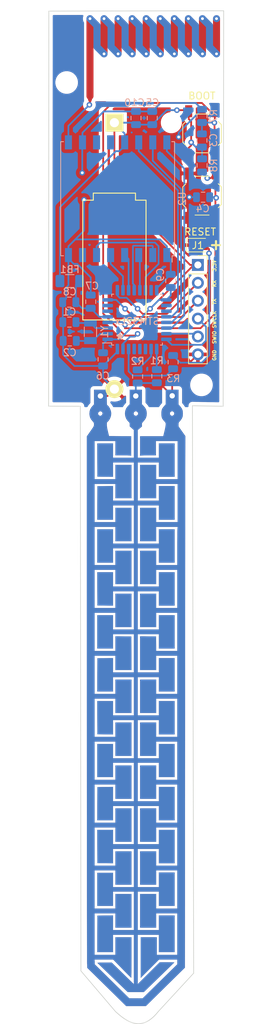
<source format=kicad_pcb>
(kicad_pcb (version 20171130) (host pcbnew "(5.1.5-0-10_14)")
  (layers (0 F.Cu signal) (31 B.Cu signal) (34 B.Paste user) (35 F.Paste user) (36 B.SilkS user) (37 F.SilkS user) (38 B.Mask user) (39 F.Mask user) (44 Edge.Cuts user))
  (net 0 "")
  (net 1 "Net-(AE1-Pad1)")
  (net 2 +3V3)
  (net 3 GND)
  (net 4 "Net-(C1-Pad1)")
  (net 5 "Net-(C2-Pad1)")
  (net 6 "Net-(C3-Pad1)")
  (net 7 "Net-(C4-Pad1)")
  (net 8 VDDA)
  (net 9 "Net-(D1-Pad2)")
  (net 10 SWDIO)
  (net 11 SWCLK)
  (net 12 TX)
  (net 13 RX)
  (net 14 SONDE)
  (net 15 "Net-(R1-Pad1)")
  (net 16 "Net-(R3-Pad1)")
  (net 17 "Net-(U1-Pad29)")
  (net 18 "Net-(U1-Pad28)")
  (net 19 "Net-(U1-Pad27)")
  (net 20 NSS)
  (net 21 DIO2)
  (net 22 DIO1)
  (net 23 DIO0)
  (net 24 "Net-(U1-Pad19)")
  (net 25 "Net-(U1-Pad18)")
  (net 26 RESET)
  (net 27 MOSI)
  (net 28 MISO)
  (net 29 SCK)
  (net 30 "Net-(U2-Pad12)")
  (net 31 "Net-(U2-Pad11)")
  (net 32 "Net-(U2-Pad7)")
  (net 33 "Net-(R2-Pad2)")
  (net 34 "Net-(U1-Pad7)")
  (net 35 "Net-(U1-Pad6)")
  (net 36 "Net-(U1-Pad15)")
  (module Battery:CR123_holder (layer F.Cu) (at 134.112 46.736)
    (fp_text reference BT1 hide)
    (fp_text value Battery_Cell)
    (pad 1 thru_hole rect (at 0 0) (size 2.54 2.54) (drill 1.3) (layers *.Cu *.Mask F.SilkS) (net 2 +3V3))
    (pad 2 thru_hole circle (at 0 37.82) (size 2.54 2.54) (drill 1.3) (layers *.Cu *.Mask F.SilkS) (net 3 GND))
    (pad "" np_thru_hole circle (at 8.1 0) (size 1.98 1.98) (drill 1.98) (layers *.Cu Dwgs.User))
  )
  (module Sonde:soilSonde (layer F.Cu) (at 137.27938 61.2267)
    (fp_text reference U3 hide)
    (fp_text value SoilSonde hide)
    (fp_poly (pts (xy -6.57994 29.317232) (xy -6.410424 29.074868) (xy -6.283432 28.890117) (xy -6.192823 28.751312) (xy -6.132456 28.646782) (xy -6.096192 28.564857) (xy -6.077888 28.493869) (xy -6.071404 28.422148) (xy -6.070601 28.349309) (xy -6.073648 28.225207) (xy -6.090839 28.134813) (xy -6.134246 28.052375) (xy -6.215942 27.952144) (xy -6.299845 27.860339) (xy -6.509465 27.591381) (xy -6.6428 27.312164) (xy -6.707689 27.002868) (xy -6.717054 26.805467) (xy -6.687679 26.47015) (xy -6.594328 26.176213) (xy -6.42916 25.903835) (xy -6.299845 25.750595) (xy -6.0706 25.502984) (xy -6.0706 23.4188) (xy -4.250267 23.4188) (xy -4.250267 24.496811) (xy -4.249942 24.827327) (xy -4.248483 25.083231) (xy -4.245171 25.274573) (xy -4.239281 25.411405) (xy -4.230093 25.503781) (xy -4.216884 25.561751) (xy -4.198933 25.595369) (xy -4.175516 25.614686) (xy -4.169738 25.617919) (xy -4.042251 25.723386) (xy -3.915889 25.8924) (xy -3.800358 26.104276) (xy -3.705362 26.33833) (xy -3.640605 26.573877) (xy -3.615793 26.790232) (xy -3.61577 26.798655) (xy -3.649123 27.094813) (xy -3.740449 27.393213) (xy -3.878837 27.668956) (xy -4.053377 27.897142) (xy -4.127611 27.966792) (xy -4.189423 28.024117) (xy -4.225713 28.082594) (xy -4.242913 28.165636) (xy -4.247455 28.296655) (xy -4.246856 28.400817) (xy -4.231399 28.630481) (xy -4.187994 28.910565) (xy -4.114641 29.253176) (xy -4.087315 29.366633) (xy -3.931186 30.001633) (xy -0.778934 30.023831) (xy -0.778934 32.785975) (xy -0.975342 32.759054) (xy -1.076155 32.751028) (xy -1.245833 32.743956) (xy -1.468579 32.738216) (xy -1.728595 32.734188) (xy -2.010081 32.73225) (xy -2.097176 32.732133) (xy -3.0226 32.732133) (xy -3.0226 30.700133) (xy -5.123967 30.700133) (xy -5.123967 27.130246) (xy -5.039985 27.087439) (xy -4.970999 27.024712) (xy -4.868508 26.881033) (xy -4.850019 26.740404) (xy -4.915651 26.60508) (xy -4.946843 26.570709) (xy -5.081474 26.483665) (xy -5.224366 26.480315) (xy -5.370641 26.560715) (xy -5.376795 26.565934) (xy -5.470913 26.692647) (xy -5.492483 26.832165) (xy -5.447195 26.964923) (xy -5.340733 27.071353) (xy -5.214416 27.12462) (xy -5.123967 27.130246) (xy -5.123967 30.700133) (xy -5.985934 30.700133) (xy -5.985934 36.1188) (xy -3.0226 36.1188) (xy -3.0226 34.0868) (xy -0.7366 34.0868) (xy -0.7366 38.828133) (xy -3.0226 38.828133) (xy -3.0226 36.796133) (xy -5.985934 36.796133) (xy -5.985934 42.2148) (xy -3.0226 42.2148) (xy -3.0226 40.1828) (xy -0.7366 40.1828) (xy -0.7366 44.924133) (xy -3.0226 44.924133) (xy -3.0226 42.892133) (xy -5.985934 42.892133) (xy -5.985934 48.3108) (xy -3.0226 48.3108) (xy -3.0226 46.2788) (xy -0.7366 46.2788) (xy -0.7366 51.020133) (xy -3.0226 51.020133) (xy -3.0226 48.988133) (xy -5.985934 48.988133) (xy -5.985934 54.4068) (xy -3.0226 54.4068) (xy -3.0226 52.3748) (xy -0.7366 52.3748) (xy -0.7366 57.116133) (xy -3.0226 57.116133) (xy -3.0226 55.084133) (xy -5.985934 55.084133) (xy -5.985934 60.5028) (xy -3.0226 60.5028) (xy -3.0226 58.427084) (xy -1.890184 58.438359) (xy -0.757767 58.449633) (xy -0.746831 60.830883) (xy -0.735896 63.212133) (xy -3.0226 63.212133) (xy -3.0226 61.180133) (xy -5.985934 61.180133) (xy -5.985934 66.5988) (xy -3.0226 66.5988) (xy -3.0226 64.5668) (xy -0.7366 64.5668) (xy -0.7366 69.308133) (xy -3.0226 69.308133) (xy -3.0226 67.276133) (xy -5.985934 67.276133) (xy -5.985934 72.6948) (xy -3.0226 72.6948) (xy -3.0226 70.6628) (xy -0.7366 70.6628) (xy -0.7366 75.404133) (xy -3.0226 75.404133) (xy -3.0226 73.372133) (xy -5.985934 73.372133) (xy -5.985934 78.7908) (xy -3.0226 78.7908) (xy -3.0226 76.7588) (xy -0.7366 76.7588) (xy -0.7366 81.500133) (xy -3.0226 81.500133) (xy -3.0226 79.468133) (xy -5.985934 79.468133) (xy -5.985934 84.8868) (xy -3.0226 84.8868) (xy -3.0226 82.8548) (xy -0.7366 82.8548) (xy -0.7366 87.596133) (xy -3.0226 87.596133) (xy -3.0226 85.564133) (xy -5.985934 85.564133) (xy -5.985934 90.9828) (xy -3.0226 90.9828) (xy -3.0226 88.9508) (xy -0.7366 88.9508) (xy -0.7366 93.692133) (xy -3.0226 93.692133) (xy -3.0226 91.660133) (xy -5.985934 91.660133) (xy -5.985934 97.0788) (xy -3.0226 97.0788) (xy -3.0226 95.004467) (xy -0.7366 95.004467) (xy -0.7366 99.788133) (xy -3.0226 99.788133) (xy -3.0226 97.756133) (xy -5.985934 97.756133) (xy -5.985934 103.640467) (xy -3.0226 103.640467) (xy -3.0226 101.1428) (xy -0.7366 101.1428) (xy -0.7366 104.021467) (xy -0.737163 104.571931) (xy -0.738807 105.075778) (xy -0.741469 105.528277) (xy -0.745085 105.924698) (xy -0.74959 106.26031) (xy -0.754921 106.530382) (xy -0.761015 106.730184) (xy -0.767805 106.854986) (xy -0.77523 106.900056) (xy -0.775561 106.900134) (xy -0.812497 106.870809) (xy -0.902144 106.786992) (xy -1.038213 106.654916) (xy -1.214419 106.480816) (xy -1.424475 106.270927) (xy -1.662093 106.031483) (xy -1.920988 105.768719) (xy -2.077311 105.609219) (xy -3.3401 104.318304) (xy -5.989358 104.3178) (xy -5.977063 104.653001) (xy -5.964767 104.988201) (xy -3.509434 107.402464) (xy -1.0541 109.816728) (xy 0.8509 109.819362) (xy 3.316816 107.401372) (xy 5.782733 104.983383) (xy 5.782733 104.3178) (xy 3.179737 104.3178) (xy 0.575733 106.920788) (xy 0.575733 101.1428) (xy 2.861733 101.1428) (xy 2.861733 103.640467) (xy 5.782733 103.640467) (xy 5.782733 97.756133) (xy 2.777066 97.756133) (xy 2.777066 99.788133) (xy 0.491066 99.788133) (xy 0.491066 95.004467) (xy 2.777066 95.004467) (xy 2.777066 97.0788) (xy 5.782733 97.0788) (xy 5.782733 91.660133) (xy 2.777066 91.660133) (xy 2.777066 93.692133) (xy 0.491066 93.692133) (xy 0.491066 88.9508) (xy 2.777066 88.9508) (xy 2.777066 90.9828) (xy 5.782733 90.9828) (xy 5.782733 85.564133) (xy 2.777066 85.564133) (xy 2.777066 87.596133) (xy 0.491066 87.596133) (xy 0.491066 82.8548) (xy 2.777066 82.8548) (xy 2.777066 84.8868) (xy 5.782733 84.8868) (xy 5.782733 79.468133) (xy 2.777066 79.468133) (xy 2.777066 81.500133) (xy 0.491066 81.500133) (xy 0.491066 76.7588) (xy 2.777066 76.7588) (xy 2.777066 78.7908) (xy 5.782733 78.7908) (xy 5.782733 73.372133) (xy 2.777066 73.372133) (xy 2.777066 75.404133) (xy 0.491066 75.404133) (xy 0.491066 70.6628) (xy 2.777066 70.6628) (xy 2.777066 72.6948) (xy 5.782733 72.6948) (xy 5.782733 67.276133) (xy 2.777066 67.276133) (xy 2.777066 69.308133) (xy 0.491066 69.308133) (xy 0.491066 64.5668) (xy 2.777066 64.5668) (xy 2.777066 66.5988) (xy 5.782733 66.5988) (xy 5.782733 61.180133) (xy 2.777066 61.180133) (xy 2.777066 63.212133) (xy 0.491066 63.212133) (xy 0.491066 58.427084) (xy 1.623483 58.438359) (xy 2.7559 58.449633) (xy 2.767235 59.476217) (xy 2.778571 60.5028) (xy 5.782733 60.5028) (xy 5.782733 55.084133) (xy 2.777066 55.084133) (xy 2.777066 57.116133) (xy 0.491066 57.116133) (xy 0.491066 52.3748) (xy 2.777066 52.3748) (xy 2.777066 54.4068) (xy 5.782733 54.4068) (xy 5.782733 48.988133) (xy 2.777066 48.988133) (xy 2.777066 51.020133) (xy 0.491066 51.020133) (xy 0.491066 46.2788) (xy 2.777066 46.2788) (xy 2.777066 48.3108) (xy 5.782733 48.3108) (xy 5.782733 45.861677) (xy 5.7832 45.405374) (xy 5.784544 44.967672) (xy 5.78668 44.557113) (xy 5.789522 44.182244) (xy 5.792983 43.851606) (xy 5.796978 43.573744) (xy 5.801422 43.357201) (xy 5.806228 43.210522) (xy 5.80993 43.152343) (xy 5.837127 42.892133) (xy 2.777066 42.892133) (xy 2.777066 44.924133) (xy 0.491066 44.924133) (xy 0.491066 40.1828) (xy 2.777066 40.1828) (xy 2.777066 42.2148) (xy 5.825066 42.2148) (xy 5.825066 36.796133) (xy 2.777066 36.796133) (xy 2.777066 38.828133) (xy 0.491066 38.828133) (xy 0.491066 34.0868) (xy 2.777066 34.0868) (xy 2.777066 36.1188) (xy 5.825066 36.1188) (xy 5.825066 30.700133) (xy 5.048622 30.700133) (xy 5.048622 27.129457) (xy 5.159185 27.09591) (xy 5.292564 26.987047) (xy 5.354793 26.851047) (xy 5.34264 26.70553) (xy 5.25549 26.570709) (xy 5.120769 26.483425) (xy 4.977227 26.480058) (xy 4.835942 26.554539) (xy 4.747072 26.666438) (xy 4.721823 26.795176) (xy 4.749776 26.9233) (xy 4.820507 27.033358) (xy 4.923596 27.107894) (xy 5.048622 27.129457) (xy 5.048622 30.700133) (xy 2.734733 30.700133) (xy 2.734733 32.732133) (xy 1.809308 32.732133) (xy 1.524436 32.733363) (xy 1.256251 32.736798) (xy 1.020549 32.742059) (xy 0.833131 32.748768) (xy 0.709793 32.756545) (xy 0.687475 32.759054) (xy 0.491066 32.785975) (xy 0.491066 30.0228) (xy 3.78488 30.0228) (xy 3.95844 29.313717) (xy 4.026662 29.018382) (xy 4.080207 28.752618) (xy 4.116136 28.53268) (xy 4.131509 28.374823) (xy 4.131866 28.354724) (xy 4.128691 28.22238) (xy 4.110849 28.128894) (xy 4.065603 28.045949) (xy 3.980219 27.945226) (xy 3.9177 27.878506) (xy 3.749306 27.683885) (xy 3.634179 27.502658) (xy 3.563303 27.310607) (xy 3.527664 27.083517) (xy 3.518233 26.805467) (xy 3.528721 26.524829) (xy 3.566242 26.301192) (xy 3.640596 26.108662) (xy 3.761584 25.921347) (xy 3.926363 25.727136) (xy 4.131733 25.502429) (xy 4.131733 23.4188) (xy 5.952066 23.4188) (xy 5.952066 25.52032) (xy 6.147703 25.724498) (xy 6.274428 25.877061) (xy 6.393494 26.05361) (xy 6.454619 26.165988) (xy 6.509547 26.295423) (xy 6.543045 26.41577) (xy 6.560101 26.555696) (xy 6.565703 26.743866) (xy 6.5659 26.805467) (xy 6.562497 27.011233) (xy 6.548963 27.161156) (xy 6.52031 27.2839) (xy 6.471549 27.408134) (xy 6.454619 27.444946) (xy 6.36036 27.610261) (xy 6.235532 27.784547) (xy 6.147703 27.886436) (xy 6.042871 28.000078) (xy 5.98432 28.086111) (xy 5.958589 28.176918) (xy 5.952216 28.304883) (xy 5.952066 28.357094) (xy 5.952066 28.623575) (xy 6.438476 29.312604) (xy 6.924887 30.001633) (xy 6.914766 34.1503) (xy 6.914225 34.404341) (xy 6.913636 34.740691) (xy 6.913002 35.156994) (xy 6.912324 35.650891) (xy 6.911606 36.220027) (xy 6.910848 36.862044) (xy 6.910052 37.574584) (xy 6.909222 38.355291) (xy 6.908357 39.201807) (xy 6.907461 40.111775) (xy 6.906536 41.082839) (xy 6.905583 42.11264) (xy 6.904604 43.198822) (xy 6.903602 44.339027) (xy 6.902578 45.530899) (xy 6.901534 46.77208) (xy 6.900472 48.060213) (xy 6.899394 49.392942) (xy 6.898303 50.767907) (xy 6.897199 52.182754) (xy 6.896086 53.635123) (xy 6.894964 55.122659) (xy 6.893837 56.643004) (xy 6.892705 58.193802) (xy 6.891571 59.772693) (xy 6.890437 61.377323) (xy 6.889304 63.005332) (xy 6.888176 64.654366) (xy 6.887052 66.322065) (xy 6.885937 68.006073) (xy 6.884831 69.704033) (xy 6.883737 71.413587) (xy 6.883439 71.883517) (xy 6.862233 105.468067) (xy 4.0894 108.192727) (xy 1.316566 110.917388) (xy -0.08817 110.919594) (xy -1.492907 110.9218) (xy -4.258004 108.210284) (xy -7.0231 105.498767) (xy -7.048573 104.813034) (xy -7.0498 104.738039) (xy -7.05103 104.580341) (xy -7.052261 104.341904) (xy -7.053492 104.024691) (xy -7.05472 103.630666) (xy -7.055944 103.161791) (xy -7.057162 102.620032) (xy -7.058373 102.007351) (xy -7.059574 101.325712) (xy -7.060764 100.577078) (xy -7.061942 99.763414) (xy -7.063105 98.886682) (xy -7.064252 97.948847) (xy -7.065381 96.951871) (xy -7.06649 95.897719) (xy -7.067578 94.788354) (xy -7.068643 93.625739) (xy -7.069684 92.411839) (xy -7.070697 91.148616) (xy -7.071683 89.838035) (xy -7.072638 88.482059) (xy -7.073562 87.082651) (xy -7.074453 85.641775) (xy -7.075308 84.161395) (xy -7.076126 82.643474) (xy -7.076906 81.089976) (xy -7.077646 79.502864) (xy -7.078344 77.884103) (xy -7.078998 76.235655) (xy -7.079606 74.559484) (xy -7.080167 72.857553) (xy -7.08068 71.131827) (xy -7.081141 69.384269) (xy -7.081551 67.616842) (xy -7.081663 67.085549) (xy -7.08928 30.043797) (xy -6.57994 29.317232)) (layer F.Cu) (width 0.01))
    (fp_poly (pts (xy -3.361267 31.0388) (xy -3.361267 33.0708) (xy -0.397934 33.0708) (xy -0.397934 29.14252) (xy -0.694267 28.8798) (xy -0.9906 28.617081) (xy -0.9906 28.362194) (xy -0.993933 28.21743) (xy -1.014015 28.1236) (xy -1.065971 28.046989) (xy -1.164924 27.95388) (xy -1.179545 27.940992) (xy -1.383532 27.708095) (xy -1.535919 27.423565) (xy -1.63078 27.107061) (xy -1.662188 26.778239) (xy -1.625443 26.461916) (xy -1.534717 26.17469) (xy -1.401327 25.933683) (xy -1.206213 25.704747) (xy -1.198411 25.696912) (xy -0.990601 25.489102) (xy -0.990601 24.453951) (xy -0.9906 23.4188) (xy 0.745066 23.4188) (xy 0.745066 25.475639) (xy 0.993176 25.730773) (xy 1.207276 25.989465) (xy 1.346185 26.255875) (xy 1.418383 26.550679) (xy 1.433853 26.805467) (xy 1.408158 27.12494) (xy 1.325222 27.404009) (xy 1.176273 27.664206) (xy 0.994963 27.882616) (xy 0.874326 28.013956) (xy 0.800471 28.107643) (xy 0.761864 28.187404) (xy 0.746972 28.276966) (xy 0.744267 28.398361) (xy 0.743468 28.646967) (xy 0.447934 28.894262) (xy 0.1524 29.141558) (xy 0.1524 33.0708) (xy 3.158066 33.0708) (xy 3.158066 31.0388) (xy 5.401733 31.0388) (xy 5.401733 35.780133) (xy 3.158066 35.780133) (xy 3.158066 33.748133) (xy 0.1524 33.748133) (xy 0.1524 39.1668) (xy 3.158066 39.1668) (xy 3.158066 37.092467) (xy 5.401733 37.092467) (xy 5.401733 41.876133) (xy 3.158066 41.876133) (xy 3.158066 39.844133) (xy 0.1524 39.844133) (xy 0.1524 45.2628) (xy 3.158066 45.2628) (xy 3.158066 43.2308) (xy 5.401733 43.2308) (xy 5.401733 47.972133) (xy 3.158066 47.972133) (xy 3.158066 45.940133) (xy 0.1524 45.940133) (xy 0.1524 51.3588) (xy 3.158066 51.3588) (xy 3.158066 49.3268) (xy 5.401733 49.3268) (xy 5.401733 54.068133) (xy 3.158066 54.068133) (xy 3.158066 52.036133) (xy 0.1524 52.036133) (xy 0.1524 57.4548) (xy 3.158066 57.4548) (xy 3.158066 55.4228) (xy 5.401733 55.4228) (xy 5.401733 60.164133) (xy 3.158066 60.164133) (xy 3.158066 58.132133) (xy 0.1524 58.132133) (xy 0.1524 63.5508) (xy 3.158066 63.5508) (xy 3.158066 61.5188) (xy 5.401733 61.5188) (xy 5.401733 66.260133) (xy 3.158066 66.260133) (xy 3.158066 64.228133) (xy 0.1524 64.228133) (xy 0.1524 69.6468) (xy 3.158066 69.6468) (xy 3.158066 67.6148) (xy 5.401733 67.6148) (xy 5.401733 72.356133) (xy 3.158066 72.356133) (xy 3.158066 70.324133) (xy 0.1524 70.324133) (xy 0.1524 75.7428) (xy 3.158066 75.7428) (xy 3.158066 73.7108) (xy 5.401733 73.7108) (xy 5.401733 78.4098) (xy 3.158066 78.4098) (xy 3.158066 76.3778) (xy 0.1524 76.3778) (xy 0.1524 81.8388) (xy 3.158066 81.8388) (xy 3.158066 79.8068) (xy 5.401733 79.8068) (xy 5.401733 84.548133) (xy 3.158066 84.548133) (xy 3.158066 82.516133) (xy 0.1524 82.516133) (xy 0.1524 87.9348) (xy 3.158066 87.9348) (xy 3.158066 85.9028) (xy 5.401733 85.9028) (xy 5.401733 90.644133) (xy 3.158066 90.644133) (xy 3.158066 88.612133) (xy 0.1524 88.612133) (xy 0.1524 94.0308) (xy 3.158066 94.0308) (xy 3.158066 91.956467) (xy 5.401733 91.956467) (xy 5.401733 96.6978) (xy 3.158066 96.6978) (xy 3.158066 94.6658) (xy 0.1524 94.6658) (xy 0.1524 100.1268) (xy 3.158066 100.1268) (xy 3.158066 98.052467) (xy 5.401733 98.052467) (xy 5.401733 103.259467) (xy 3.158066 103.259467) (xy 3.158066 100.804133) (xy 0.1524 100.804133) (xy 0.1524 107.801592) (xy 3.28284 104.6988) (xy 4.32112 104.6988) (xy 4.607529 104.699551) (xy 4.863679 104.701662) (xy 5.078127 104.704921) (xy 5.239428 104.709115) (xy 5.336138 104.714031) (xy 5.3594 104.718088) (xy 5.329745 104.749947) (xy 5.244005 104.835888) (xy 5.107012 104.971193) (xy 4.923599 105.151145) (xy 4.698599 105.371027) (xy 4.436844 105.626121) (xy 4.143169 105.911709) (xy 3.822406 106.223075) (xy 3.479387 106.555502) (xy 3.190834 106.834754) (xy 1.022268 108.932133) (xy -0.186445 108.932133) (xy -0.186445 27.119575) (xy -0.04647 27.116025) (xy 0.012896 27.093853) (xy 0.129122 27.003948) (xy 0.202014 26.881034) (xy 0.214659 26.755064) (xy 0.211552 26.741967) (xy 0.164078 26.65421) (xy 0.083152 26.562081) (xy 0.083118 26.56205) (xy -0.056589 26.480648) (xy -0.1986 26.482792) (xy -0.333927 26.568296) (xy -0.336358 26.570709) (xy -0.417744 26.699051) (xy -0.432034 26.835202) (xy -0.390639 26.962069) (xy -0.304972 27.062558) (xy -0.186445 27.119575) (xy -0.186445 108.932133) (xy -1.277065 108.932133) (xy -3.416319 106.880609) (xy -3.772811 106.538487) (xy -4.111473 106.212991) (xy -4.427325 105.908938) (xy -4.715389 105.631144) (xy -4.970687 105.384423) (xy -5.188239 105.173592) (xy -5.363067 105.003467) (xy -5.490192 104.878863) (xy -5.564636 104.804596) (xy -5.582752 104.785109) (xy -5.555614 104.769618) (xy -5.451663 104.757564) (xy -5.269048 104.748864) (xy -5.005919 104.743437) (xy -4.660426 104.741204) (xy -4.575699 104.741133) (xy -3.541468 104.741133) (xy -2.168044 106.085217) (xy -1.877502 106.369434) (xy -1.599042 106.641606) (xy -1.339886 106.894693) (xy -1.107253 107.121652) (xy -0.908364 107.315443) (xy -0.75044 107.469023) (xy -0.640701 107.57535) (xy -0.596277 107.618031) (xy -0.397934 107.806762) (xy -0.397934 100.804133) (xy -3.361267 100.804133) (xy -3.361267 103.259467) (xy -5.605585 103.259467) (xy -5.583767 98.073633) (xy -3.361267 98.051061) (xy -3.361267 100.1268) (xy -0.397934 100.1268) (xy -0.397934 94.6658) (xy -3.361267 94.6658) (xy -3.361267 96.6978) (xy -5.604934 96.6978) (xy -5.604934 91.9988) (xy -3.361267 91.9988) (xy -3.361267 94.0308) (xy -0.397934 94.0308) (xy -0.397934 88.612133) (xy -3.361267 88.612133) (xy -3.361267 90.645539) (xy -5.583767 90.622967) (xy -5.594706 88.262883) (xy -5.605645 85.9028) (xy -3.361267 85.9028) (xy -3.361267 87.9348) (xy -0.397934 87.9348) (xy -0.397934 82.516133) (xy -3.361267 82.516133) (xy -3.361267 84.548133) (xy -5.605645 84.548133) (xy -5.583767 79.827967) (xy -4.472517 79.816681) (xy -3.361267 79.805394) (xy -3.361267 81.8388) (xy -0.397934 81.8388) (xy -0.397934 76.3778) (xy -3.361267 76.3778) (xy -3.361267 78.4098) (xy -5.604934 78.4098) (xy -5.604934 73.7108) (xy -3.361267 73.7108) (xy -3.361267 75.7428) (xy -0.397934 75.7428) (xy -0.397934 70.324133) (xy -3.361267 70.324133) (xy -3.361267 72.357539) (xy -5.583767 72.334967) (xy -5.594706 69.974883) (xy -5.605645 67.6148) (xy -3.361267 67.6148) (xy -3.361267 69.6468) (xy -0.397934 69.6468) (xy -0.397934 64.228133) (xy -3.361267 64.228133) (xy -3.361267 66.260133) (xy -5.605645 66.260133) (xy -5.583767 61.539967) (xy -4.472517 61.528681) (xy -3.361267 61.517394) (xy -3.361267 63.5508) (xy -0.397934 63.5508) (xy -0.397934 58.132133) (xy -3.361267 58.132133) (xy -3.361267 60.164133) (xy -5.604934 60.164133) (xy -5.604934 55.4228) (xy -3.361267 55.4228) (xy -3.361267 57.4548) (xy -0.397934 57.4548) (xy -0.397934 52.036133) (xy -3.361267 52.036133) (xy -3.361267 54.069539) (xy -5.583767 54.046967) (xy -5.594706 51.686883) (xy -5.605645 49.3268) (xy -3.361267 49.3268) (xy -3.361267 51.3588) (xy -0.397934 51.3588) (xy -0.397934 45.940133) (xy -3.361267 45.940133) (xy -3.361267 47.972133) (xy -5.604934 47.972133) (xy -5.604934 43.2308) (xy -3.361267 43.2308) (xy -3.361267 45.2628) (xy -0.397934 45.2628) (xy -0.397934 39.844133) (xy -3.361267 39.844133) (xy -3.361267 41.876133) (xy -5.605639 41.876133) (xy -5.583767 37.113633) (xy -3.361267 37.091061) (xy -3.361267 39.1668) (xy -0.397934 39.1668) (xy -0.397934 33.748133) (xy -3.361267 33.748133) (xy -3.361267 35.781539) (xy -5.583767 35.758967) (xy -5.594706 33.398883) (xy -5.605645 31.0388) (xy -3.361267 31.0388)) (layer F.Cu) (width 0.01))
    (fp_poly (pts (xy -6.57994 29.317232) (xy -6.410424 29.074868) (xy -6.283432 28.890117) (xy -6.192823 28.751312) (xy -6.132456 28.646782) (xy -6.096192 28.564857) (xy -6.077888 28.493869) (xy -6.071404 28.422148) (xy -6.070601 28.349309) (xy -6.073648 28.225207) (xy -6.090839 28.134813) (xy -6.134246 28.052375) (xy -6.215942 27.952144) (xy -6.299845 27.860339) (xy -6.509465 27.591381) (xy -6.6428 27.312164) (xy -6.707689 27.002868) (xy -6.717054 26.805467) (xy -6.687679 26.47015) (xy -6.594328 26.176213) (xy -6.42916 25.903835) (xy -6.299845 25.750595) (xy -6.0706 25.502984) (xy -6.0706 23.4188) (xy -4.250267 23.4188) (xy -4.250267 24.496811) (xy -4.249942 24.827327) (xy -4.248483 25.083231) (xy -4.245171 25.274573) (xy -4.239281 25.411405) (xy -4.230093 25.503781) (xy -4.216884 25.561751) (xy -4.198933 25.595369) (xy -4.175516 25.614686) (xy -4.169738 25.617919) (xy -4.042251 25.723386) (xy -3.915889 25.8924) (xy -3.800358 26.104276) (xy -3.705362 26.33833) (xy -3.640605 26.573877) (xy -3.615793 26.790232) (xy -3.61577 26.798655) (xy -3.649123 27.094813) (xy -3.740449 27.393213) (xy -3.878837 27.668956) (xy -4.053377 27.897142) (xy -4.127611 27.966792) (xy -4.189423 28.024117) (xy -4.225713 28.082594) (xy -4.242913 28.165636) (xy -4.247455 28.296655) (xy -4.246856 28.400817) (xy -4.231399 28.630481) (xy -4.187994 28.910565) (xy -4.114641 29.253176) (xy -4.087315 29.366633) (xy -3.931186 30.001633) (xy -0.778934 30.023831) (xy -0.778934 32.785975) (xy -0.975342 32.759054) (xy -1.076155 32.751028) (xy -1.245833 32.743956) (xy -1.468579 32.738216) (xy -1.728595 32.734188) (xy -2.010081 32.73225) (xy -2.097176 32.732133) (xy -3.0226 32.732133) (xy -3.0226 30.700133) (xy -5.123967 30.700133) (xy -5.123967 27.130246) (xy -5.039985 27.087439) (xy -4.970999 27.024712) (xy -4.868508 26.881033) (xy -4.850019 26.740404) (xy -4.915651 26.60508) (xy -4.946843 26.570709) (xy -5.081474 26.483665) (xy -5.224366 26.480315) (xy -5.370641 26.560715) (xy -5.376795 26.565934) (xy -5.470913 26.692647) (xy -5.492483 26.832165) (xy -5.447195 26.964923) (xy -5.340733 27.071353) (xy -5.214416 27.12462) (xy -5.123967 27.130246) (xy -5.123967 30.700133) (xy -5.985934 30.700133) (xy -5.985934 36.1188) (xy -3.0226 36.1188) (xy -3.0226 34.0868) (xy -0.7366 34.0868) (xy -0.7366 38.828133) (xy -3.0226 38.828133) (xy -3.0226 36.796133) (xy -5.985934 36.796133) (xy -5.985934 42.2148) (xy -3.0226 42.2148) (xy -3.0226 40.1828) (xy -0.7366 40.1828) (xy -0.7366 44.924133) (xy -3.0226 44.924133) (xy -3.0226 42.892133) (xy -5.985934 42.892133) (xy -5.985934 48.3108) (xy -3.0226 48.3108) (xy -3.0226 46.2788) (xy -0.7366 46.2788) (xy -0.7366 51.020133) (xy -3.0226 51.020133) (xy -3.0226 48.988133) (xy -5.985934 48.988133) (xy -5.985934 54.4068) (xy -3.0226 54.4068) (xy -3.0226 52.3748) (xy -0.7366 52.3748) (xy -0.7366 57.116133) (xy -3.0226 57.116133) (xy -3.0226 55.084133) (xy -5.985934 55.084133) (xy -5.985934 60.5028) (xy -3.0226 60.5028) (xy -3.0226 58.427084) (xy -1.890184 58.438359) (xy -0.757767 58.449633) (xy -0.746831 60.830883) (xy -0.735896 63.212133) (xy -3.0226 63.212133) (xy -3.0226 61.180133) (xy -5.985934 61.180133) (xy -5.985934 66.5988) (xy -3.0226 66.5988) (xy -3.0226 64.5668) (xy -0.7366 64.5668) (xy -0.7366 69.308133) (xy -3.0226 69.308133) (xy -3.0226 67.276133) (xy -5.985934 67.276133) (xy -5.985934 72.6948) (xy -3.0226 72.6948) (xy -3.0226 70.6628) (xy -0.7366 70.6628) (xy -0.7366 75.404133) (xy -3.0226 75.404133) (xy -3.0226 73.372133) (xy -5.985934 73.372133) (xy -5.985934 78.7908) (xy -3.0226 78.7908) (xy -3.0226 76.7588) (xy -0.7366 76.7588) (xy -0.7366 81.500133) (xy -3.0226 81.500133) (xy -3.0226 79.468133) (xy -5.985934 79.468133) (xy -5.985934 84.8868) (xy -3.0226 84.8868) (xy -3.0226 82.8548) (xy -0.7366 82.8548) (xy -0.7366 87.596133) (xy -3.0226 87.596133) (xy -3.0226 85.564133) (xy -5.985934 85.564133) (xy -5.985934 90.9828) (xy -3.0226 90.9828) (xy -3.0226 88.9508) (xy -0.7366 88.9508) (xy -0.7366 93.692133) (xy -3.0226 93.692133) (xy -3.0226 91.660133) (xy -5.985934 91.660133) (xy -5.985934 97.0788) (xy -3.0226 97.0788) (xy -3.0226 95.004467) (xy -0.7366 95.004467) (xy -0.7366 99.788133) (xy -3.0226 99.788133) (xy -3.0226 97.756133) (xy -5.985934 97.756133) (xy -5.985934 103.640467) (xy -3.0226 103.640467) (xy -3.0226 101.1428) (xy -0.7366 101.1428) (xy -0.7366 104.021467) (xy -0.737163 104.571931) (xy -0.738807 105.075778) (xy -0.741469 105.528277) (xy -0.745085 105.924698) (xy -0.74959 106.26031) (xy -0.754921 106.530382) (xy -0.761015 106.730184) (xy -0.767805 106.854986) (xy -0.77523 106.900056) (xy -0.775561 106.900134) (xy -0.812497 106.870809) (xy -0.902144 106.786992) (xy -1.038213 106.654916) (xy -1.214419 106.480816) (xy -1.424475 106.270927) (xy -1.662093 106.031483) (xy -1.920988 105.768719) (xy -2.077311 105.609219) (xy -3.3401 104.318304) (xy -5.989358 104.3178) (xy -5.977063 104.653001) (xy -5.964767 104.988201) (xy -3.509434 107.402464) (xy -1.0541 109.816728) (xy 0.8509 109.819362) (xy 3.316816 107.401372) (xy 5.782733 104.983383) (xy 5.782733 104.3178) (xy 3.179737 104.3178) (xy 0.575733 106.920788) (xy 0.575733 101.1428) (xy 2.861733 101.1428) (xy 2.861733 103.640467) (xy 5.782733 103.640467) (xy 5.782733 97.756133) (xy 2.777066 97.756133) (xy 2.777066 99.788133) (xy 0.491066 99.788133) (xy 0.491066 95.004467) (xy 2.777066 95.004467) (xy 2.777066 97.0788) (xy 5.782733 97.0788) (xy 5.782733 91.660133) (xy 2.777066 91.660133) (xy 2.777066 93.692133) (xy 0.491066 93.692133) (xy 0.491066 88.9508) (xy 2.777066 88.9508) (xy 2.777066 90.9828) (xy 5.782733 90.9828) (xy 5.782733 85.564133) (xy 2.777066 85.564133) (xy 2.777066 87.596133) (xy 0.491066 87.596133) (xy 0.491066 82.8548) (xy 2.777066 82.8548) (xy 2.777066 84.8868) (xy 5.782733 84.8868) (xy 5.782733 79.468133) (xy 2.777066 79.468133) (xy 2.777066 81.500133) (xy 0.491066 81.500133) (xy 0.491066 76.7588) (xy 2.777066 76.7588) (xy 2.777066 78.7908) (xy 5.782733 78.7908) (xy 5.782733 73.372133) (xy 2.777066 73.372133) (xy 2.777066 75.404133) (xy 0.491066 75.404133) (xy 0.491066 70.6628) (xy 2.777066 70.6628) (xy 2.777066 72.6948) (xy 5.782733 72.6948) (xy 5.782733 67.276133) (xy 2.777066 67.276133) (xy 2.777066 69.308133) (xy 0.491066 69.308133) (xy 0.491066 64.5668) (xy 2.777066 64.5668) (xy 2.777066 66.5988) (xy 5.782733 66.5988) (xy 5.782733 61.180133) (xy 2.777066 61.180133) (xy 2.777066 63.212133) (xy 0.491066 63.212133) (xy 0.491066 58.427084) (xy 1.623483 58.438359) (xy 2.7559 58.449633) (xy 2.767235 59.476217) (xy 2.778571 60.5028) (xy 5.782733 60.5028) (xy 5.782733 55.084133) (xy 2.777066 55.084133) (xy 2.777066 57.116133) (xy 0.491066 57.116133) (xy 0.491066 52.3748) (xy 2.777066 52.3748) (xy 2.777066 54.4068) (xy 5.782733 54.4068) (xy 5.782733 48.988133) (xy 2.777066 48.988133) (xy 2.777066 51.020133) (xy 0.491066 51.020133) (xy 0.491066 46.2788) (xy 2.777066 46.2788) (xy 2.777066 48.3108) (xy 5.782733 48.3108) (xy 5.782733 45.861677) (xy 5.7832 45.405374) (xy 5.784544 44.967672) (xy 5.78668 44.557113) (xy 5.789522 44.182244) (xy 5.792983 43.851606) (xy 5.796978 43.573744) (xy 5.801422 43.357201) (xy 5.806228 43.210522) (xy 5.80993 43.152343) (xy 5.837127 42.892133) (xy 2.777066 42.892133) (xy 2.777066 44.924133) (xy 0.491066 44.924133) (xy 0.491066 40.1828) (xy 2.777066 40.1828) (xy 2.777066 42.2148) (xy 5.825066 42.2148) (xy 5.825066 36.796133) (xy 2.777066 36.796133) (xy 2.777066 38.828133) (xy 0.491066 38.828133) (xy 0.491066 34.0868) (xy 2.777066 34.0868) (xy 2.777066 36.1188) (xy 5.825066 36.1188) (xy 5.825066 30.700133) (xy 5.048622 30.700133) (xy 5.048622 27.129457) (xy 5.159185 27.09591) (xy 5.292564 26.987047) (xy 5.354793 26.851047) (xy 5.34264 26.70553) (xy 5.25549 26.570709) (xy 5.120769 26.483425) (xy 4.977227 26.480058) (xy 4.835942 26.554539) (xy 4.747072 26.666438) (xy 4.721823 26.795176) (xy 4.749776 26.9233) (xy 4.820507 27.033358) (xy 4.923596 27.107894) (xy 5.048622 27.129457) (xy 5.048622 30.700133) (xy 2.734733 30.700133) (xy 2.734733 32.732133) (xy 1.809308 32.732133) (xy 1.524436 32.733363) (xy 1.256251 32.736798) (xy 1.020549 32.742059) (xy 0.833131 32.748768) (xy 0.709793 32.756545) (xy 0.687475 32.759054) (xy 0.491066 32.785975) (xy 0.491066 30.0228) (xy 3.78488 30.0228) (xy 3.95844 29.313717) (xy 4.026662 29.018382) (xy 4.080207 28.752618) (xy 4.116136 28.53268) (xy 4.131509 28.374823) (xy 4.131866 28.354724) (xy 4.128691 28.22238) (xy 4.110849 28.128894) (xy 4.065603 28.045949) (xy 3.980219 27.945226) (xy 3.9177 27.878506) (xy 3.749306 27.683885) (xy 3.634179 27.502658) (xy 3.563303 27.310607) (xy 3.527664 27.083517) (xy 3.518233 26.805467) (xy 3.528721 26.524829) (xy 3.566242 26.301192) (xy 3.640596 26.108662) (xy 3.761584 25.921347) (xy 3.926363 25.727136) (xy 4.131733 25.502429) (xy 4.131733 23.4188) (xy 5.952066 23.4188) (xy 5.952066 25.52032) (xy 6.147703 25.724498) (xy 6.274428 25.877061) (xy 6.393494 26.05361) (xy 6.454619 26.165988) (xy 6.509547 26.295423) (xy 6.543045 26.41577) (xy 6.560101 26.555696) (xy 6.565703 26.743866) (xy 6.5659 26.805467) (xy 6.562497 27.011233) (xy 6.548963 27.161156) (xy 6.52031 27.2839) (xy 6.471549 27.408134) (xy 6.454619 27.444946) (xy 6.36036 27.610261) (xy 6.235532 27.784547) (xy 6.147703 27.886436) (xy 6.042871 28.000078) (xy 5.98432 28.086111) (xy 5.958589 28.176918) (xy 5.952216 28.304883) (xy 5.952066 28.357094) (xy 5.952066 28.623575) (xy 6.438476 29.312604) (xy 6.924887 30.001633) (xy 6.914766 34.1503) (xy 6.914225 34.404341) (xy 6.913636 34.740691) (xy 6.913002 35.156994) (xy 6.912324 35.650891) (xy 6.911606 36.220027) (xy 6.910848 36.862044) (xy 6.910052 37.574584) (xy 6.909222 38.355291) (xy 6.908357 39.201807) (xy 6.907461 40.111775) (xy 6.906536 41.082839) (xy 6.905583 42.11264) (xy 6.904604 43.198822) (xy 6.903602 44.339027) (xy 6.902578 45.530899) (xy 6.901534 46.77208) (xy 6.900472 48.060213) (xy 6.899394 49.392942) (xy 6.898303 50.767907) (xy 6.897199 52.182754) (xy 6.896086 53.635123) (xy 6.894964 55.122659) (xy 6.893837 56.643004) (xy 6.892705 58.193802) (xy 6.891571 59.772693) (xy 6.890437 61.377323) (xy 6.889304 63.005332) (xy 6.888176 64.654366) (xy 6.887052 66.322065) (xy 6.885937 68.006073) (xy 6.884831 69.704033) (xy 6.883737 71.413587) (xy 6.883439 71.883517) (xy 6.862233 105.468067) (xy 4.0894 108.192727) (xy 1.316566 110.917388) (xy -0.08817 110.919594) (xy -1.492907 110.9218) (xy -4.258004 108.210284) (xy -7.0231 105.498767) (xy -7.048573 104.813034) (xy -7.0498 104.738039) (xy -7.05103 104.580341) (xy -7.052261 104.341904) (xy -7.053492 104.024691) (xy -7.05472 103.630666) (xy -7.055944 103.161791) (xy -7.057162 102.620032) (xy -7.058373 102.007351) (xy -7.059574 101.325712) (xy -7.060764 100.577078) (xy -7.061942 99.763414) (xy -7.063105 98.886682) (xy -7.064252 97.948847) (xy -7.065381 96.951871) (xy -7.06649 95.897719) (xy -7.067578 94.788354) (xy -7.068643 93.625739) (xy -7.069684 92.411839) (xy -7.070697 91.148616) (xy -7.071683 89.838035) (xy -7.072638 88.482059) (xy -7.073562 87.082651) (xy -7.074453 85.641775) (xy -7.075308 84.161395) (xy -7.076126 82.643474) (xy -7.076906 81.089976) (xy -7.077646 79.502864) (xy -7.078344 77.884103) (xy -7.078998 76.235655) (xy -7.079606 74.559484) (xy -7.080167 72.857553) (xy -7.08068 71.131827) (xy -7.081141 69.384269) (xy -7.081551 67.616842) (xy -7.081663 67.085549) (xy -7.08928 30.043797) (xy -6.57994 29.317232)) (layer B.Cu) (width 0.01))
    (fp_poly (pts (xy -3.361267 31.0388) (xy -3.361267 33.0708) (xy -0.397934 33.0708) (xy -0.397934 29.14252) (xy -0.694267 28.8798) (xy -0.9906 28.617081) (xy -0.9906 28.362194) (xy -0.993933 28.21743) (xy -1.014015 28.1236) (xy -1.065971 28.046989) (xy -1.164924 27.95388) (xy -1.179545 27.940992) (xy -1.383532 27.708095) (xy -1.535919 27.423565) (xy -1.63078 27.107061) (xy -1.662188 26.778239) (xy -1.625443 26.461916) (xy -1.534717 26.17469) (xy -1.401327 25.933683) (xy -1.206213 25.704747) (xy -1.198411 25.696912) (xy -0.990601 25.489102) (xy -0.990601 24.453951) (xy -0.9906 23.4188) (xy 0.745066 23.4188) (xy 0.745066 25.475639) (xy 0.993176 25.730773) (xy 1.207276 25.989465) (xy 1.346185 26.255875) (xy 1.418383 26.550679) (xy 1.433853 26.805467) (xy 1.408158 27.12494) (xy 1.325222 27.404009) (xy 1.176273 27.664206) (xy 0.994963 27.882616) (xy 0.874326 28.013956) (xy 0.800471 28.107643) (xy 0.761864 28.187404) (xy 0.746972 28.276966) (xy 0.744267 28.398361) (xy 0.743468 28.646967) (xy 0.447934 28.894262) (xy 0.1524 29.141558) (xy 0.1524 33.0708) (xy 3.158066 33.0708) (xy 3.158066 31.0388) (xy 5.401733 31.0388) (xy 5.401733 35.780133) (xy 3.158066 35.780133) (xy 3.158066 33.748133) (xy 0.1524 33.748133) (xy 0.1524 39.1668) (xy 3.158066 39.1668) (xy 3.158066 37.092467) (xy 5.401733 37.092467) (xy 5.401733 41.876133) (xy 3.158066 41.876133) (xy 3.158066 39.844133) (xy 0.1524 39.844133) (xy 0.1524 45.2628) (xy 3.158066 45.2628) (xy 3.158066 43.2308) (xy 5.401733 43.2308) (xy 5.401733 47.972133) (xy 3.158066 47.972133) (xy 3.158066 45.940133) (xy 0.1524 45.940133) (xy 0.1524 51.3588) (xy 3.158066 51.3588) (xy 3.158066 49.3268) (xy 5.401733 49.3268) (xy 5.401733 54.068133) (xy 3.158066 54.068133) (xy 3.158066 52.036133) (xy 0.1524 52.036133) (xy 0.1524 57.4548) (xy 3.158066 57.4548) (xy 3.158066 55.4228) (xy 5.401733 55.4228) (xy 5.401733 60.164133) (xy 3.158066 60.164133) (xy 3.158066 58.132133) (xy 0.1524 58.132133) (xy 0.1524 63.5508) (xy 3.158066 63.5508) (xy 3.158066 61.5188) (xy 5.401733 61.5188) (xy 5.401733 66.260133) (xy 3.158066 66.260133) (xy 3.158066 64.228133) (xy 0.1524 64.228133) (xy 0.1524 69.6468) (xy 3.158066 69.6468) (xy 3.158066 67.6148) (xy 5.401733 67.6148) (xy 5.401733 72.356133) (xy 3.158066 72.356133) (xy 3.158066 70.324133) (xy 0.1524 70.324133) (xy 0.1524 75.7428) (xy 3.158066 75.7428) (xy 3.158066 73.7108) (xy 5.401733 73.7108) (xy 5.401733 78.4098) (xy 3.158066 78.4098) (xy 3.158066 76.3778) (xy 0.1524 76.3778) (xy 0.1524 81.8388) (xy 3.158066 81.8388) (xy 3.158066 79.8068) (xy 5.401733 79.8068) (xy 5.401733 84.548133) (xy 3.158066 84.548133) (xy 3.158066 82.516133) (xy 0.1524 82.516133) (xy 0.1524 87.9348) (xy 3.158066 87.9348) (xy 3.158066 85.9028) (xy 5.401733 85.9028) (xy 5.401733 90.644133) (xy 3.158066 90.644133) (xy 3.158066 88.612133) (xy 0.1524 88.612133) (xy 0.1524 94.0308) (xy 3.158066 94.0308) (xy 3.158066 91.956467) (xy 5.401733 91.956467) (xy 5.401733 96.6978) (xy 3.158066 96.6978) (xy 3.158066 94.6658) (xy 0.1524 94.6658) (xy 0.1524 100.1268) (xy 3.158066 100.1268) (xy 3.158066 98.052467) (xy 5.401733 98.052467) (xy 5.401733 103.259467) (xy 3.158066 103.259467) (xy 3.158066 100.804133) (xy 0.1524 100.804133) (xy 0.1524 107.801592) (xy 3.28284 104.6988) (xy 4.32112 104.6988) (xy 4.607529 104.699551) (xy 4.863679 104.701662) (xy 5.078127 104.704921) (xy 5.239428 104.709115) (xy 5.336138 104.714031) (xy 5.3594 104.718088) (xy 5.329745 104.749947) (xy 5.244005 104.835888) (xy 5.107012 104.971193) (xy 4.923599 105.151145) (xy 4.698599 105.371027) (xy 4.436844 105.626121) (xy 4.143169 105.911709) (xy 3.822406 106.223075) (xy 3.479387 106.555502) (xy 3.190834 106.834754) (xy 1.022268 108.932133) (xy -0.186445 108.932133) (xy -0.186445 27.119575) (xy -0.04647 27.116025) (xy 0.012896 27.093853) (xy 0.129122 27.003948) (xy 0.202014 26.881034) (xy 0.214659 26.755064) (xy 0.211552 26.741967) (xy 0.164078 26.65421) (xy 0.083152 26.562081) (xy 0.083118 26.56205) (xy -0.056589 26.480648) (xy -0.1986 26.482792) (xy -0.333927 26.568296) (xy -0.336358 26.570709) (xy -0.417744 26.699051) (xy -0.432034 26.835202) (xy -0.390639 26.962069) (xy -0.304972 27.062558) (xy -0.186445 27.119575) (xy -0.186445 108.932133) (xy -1.277065 108.932133) (xy -3.416319 106.880609) (xy -3.772811 106.538487) (xy -4.111473 106.212991) (xy -4.427325 105.908938) (xy -4.715389 105.631144) (xy -4.970687 105.384423) (xy -5.188239 105.173592) (xy -5.363067 105.003467) (xy -5.490192 104.878863) (xy -5.564636 104.804596) (xy -5.582752 104.785109) (xy -5.555614 104.769618) (xy -5.451663 104.757564) (xy -5.269048 104.748864) (xy -5.005919 104.743437) (xy -4.660426 104.741204) (xy -4.575699 104.741133) (xy -3.541468 104.741133) (xy -2.168044 106.085217) (xy -1.877502 106.369434) (xy -1.599042 106.641606) (xy -1.339886 106.894693) (xy -1.107253 107.121652) (xy -0.908364 107.315443) (xy -0.75044 107.469023) (xy -0.640701 107.57535) (xy -0.596277 107.618031) (xy -0.397934 107.806762) (xy -0.397934 100.804133) (xy -3.361267 100.804133) (xy -3.361267 103.259467) (xy -5.605585 103.259467) (xy -5.583767 98.073633) (xy -3.361267 98.051061) (xy -3.361267 100.1268) (xy -0.397934 100.1268) (xy -0.397934 94.6658) (xy -3.361267 94.6658) (xy -3.361267 96.6978) (xy -5.604934 96.6978) (xy -5.604934 91.9988) (xy -3.361267 91.9988) (xy -3.361267 94.0308) (xy -0.397934 94.0308) (xy -0.397934 88.612133) (xy -3.361267 88.612133) (xy -3.361267 90.645539) (xy -5.583767 90.622967) (xy -5.594706 88.262883) (xy -5.605645 85.9028) (xy -3.361267 85.9028) (xy -3.361267 87.9348) (xy -0.397934 87.9348) (xy -0.397934 82.516133) (xy -3.361267 82.516133) (xy -3.361267 84.548133) (xy -5.605645 84.548133) (xy -5.583767 79.827967) (xy -4.472517 79.816681) (xy -3.361267 79.805394) (xy -3.361267 81.8388) (xy -0.397934 81.8388) (xy -0.397934 76.3778) (xy -3.361267 76.3778) (xy -3.361267 78.4098) (xy -5.604934 78.4098) (xy -5.604934 73.7108) (xy -3.361267 73.7108) (xy -3.361267 75.7428) (xy -0.397934 75.7428) (xy -0.397934 70.324133) (xy -3.361267 70.324133) (xy -3.361267 72.357539) (xy -5.583767 72.334967) (xy -5.594706 69.974883) (xy -5.605645 67.6148) (xy -3.361267 67.6148) (xy -3.361267 69.6468) (xy -0.397934 69.6468) (xy -0.397934 64.228133) (xy -3.361267 64.228133) (xy -3.361267 66.260133) (xy -5.605645 66.260133) (xy -5.583767 61.539967) (xy -4.472517 61.528681) (xy -3.361267 61.517394) (xy -3.361267 63.5508) (xy -0.397934 63.5508) (xy -0.397934 58.132133) (xy -3.361267 58.132133) (xy -3.361267 60.164133) (xy -5.604934 60.164133) (xy -5.604934 55.4228) (xy -3.361267 55.4228) (xy -3.361267 57.4548) (xy -0.397934 57.4548) (xy -0.397934 52.036133) (xy -3.361267 52.036133) (xy -3.361267 54.069539) (xy -5.583767 54.046967) (xy -5.594706 51.686883) (xy -5.605645 49.3268) (xy -3.361267 49.3268) (xy -3.361267 51.3588) (xy -0.397934 51.3588) (xy -0.397934 45.940133) (xy -3.361267 45.940133) (xy -3.361267 47.972133) (xy -5.604934 47.972133) (xy -5.604934 43.2308) (xy -3.361267 43.2308) (xy -3.361267 45.2628) (xy -0.397934 45.2628) (xy -0.397934 39.844133) (xy -3.361267 39.844133) (xy -3.361267 41.876133) (xy -5.605639 41.876133) (xy -5.583767 37.113633) (xy -3.361267 37.091061) (xy -3.361267 39.1668) (xy -0.397934 39.1668) (xy -0.397934 33.748133) (xy -3.361267 33.748133) (xy -3.361267 35.781539) (xy -5.583767 35.758967) (xy -5.594706 33.398883) (xy -5.605645 31.0388) (xy -3.361267 31.0388)) (layer B.Cu) (width 0.01))
    (fp_line (start -12.52703 25.75181) (end -8.015 25.76891) (layer Edge.Cuts) (width 0.1))
    (fp_line (start -8.015 25.76891) (end -7.93096 105.92688) (layer Edge.Cuts) (width 0.1))
    (fp_line (start -7.93096 105.92688) (end -3.0129 111.6945) (layer Edge.Cuts) (width 0.1))
    (fp_line (start -3.0129 111.6945) (end -2.9912 111.71418) (layer Edge.Cuts) (width 0.1))
    (fp_line (start -2.9912 111.71418) (end -2.9695 111.73383) (layer Edge.Cuts) (width 0.1))
    (fp_line (start -2.9695 111.73383) (end -2.9477 111.75342) (layer Edge.Cuts) (width 0.1))
    (fp_line (start -2.9477 111.75342) (end -2.926 111.77296) (layer Edge.Cuts) (width 0.1))
    (fp_line (start -2.926 111.77296) (end -2.9042 111.79245) (layer Edge.Cuts) (width 0.1))
    (fp_line (start -2.9042 111.79245) (end -2.8825 111.81188) (layer Edge.Cuts) (width 0.1))
    (fp_line (start -2.8825 111.81188) (end -2.8607 111.83127) (layer Edge.Cuts) (width 0.1))
    (fp_line (start -2.8607 111.83127) (end -2.8389 111.85059) (layer Edge.Cuts) (width 0.1))
    (fp_line (start -2.8389 111.85059) (end -2.8171 111.86986) (layer Edge.Cuts) (width 0.1))
    (fp_line (start -2.8171 111.86986) (end -2.7953 111.88908) (layer Edge.Cuts) (width 0.1))
    (fp_line (start -2.7953 111.88908) (end -2.7735 111.90823) (layer Edge.Cuts) (width 0.1))
    (fp_line (start -2.7735 111.90823) (end -2.7517 111.92732) (layer Edge.Cuts) (width 0.1))
    (fp_line (start -2.7517 111.92732) (end -2.7298 111.94635) (layer Edge.Cuts) (width 0.1))
    (fp_line (start -2.7298 111.94635) (end -2.708 111.96532) (layer Edge.Cuts) (width 0.1))
    (fp_line (start -2.708 111.96532) (end -2.6861 111.98423) (layer Edge.Cuts) (width 0.1))
    (fp_line (start -2.6861 111.98423) (end -2.6642 112.00306) (layer Edge.Cuts) (width 0.1))
    (fp_line (start -2.6642 112.00306) (end -2.6424 112.02184) (layer Edge.Cuts) (width 0.1))
    (fp_line (start -2.6424 112.02184) (end -2.6205 112.04054) (layer Edge.Cuts) (width 0.1))
    (fp_line (start -2.6205 112.04054) (end -2.5986 112.05917) (layer Edge.Cuts) (width 0.1))
    (fp_line (start -2.5986 112.05917) (end -2.5767 112.07774) (layer Edge.Cuts) (width 0.1))
    (fp_line (start -2.5767 112.07774) (end -2.5547 112.09623) (layer Edge.Cuts) (width 0.1))
    (fp_line (start -2.5547 112.09623) (end -2.5328 112.11465) (layer Edge.Cuts) (width 0.1))
    (fp_line (start -2.5328 112.11465) (end -2.5109 112.13299) (layer Edge.Cuts) (width 0.1))
    (fp_line (start -2.5109 112.13299) (end -2.4889 112.15126) (layer Edge.Cuts) (width 0.1))
    (fp_line (start -2.4889 112.15126) (end -2.4669 112.16946) (layer Edge.Cuts) (width 0.1))
    (fp_line (start -2.4669 112.16946) (end -2.4449 112.18757) (layer Edge.Cuts) (width 0.1))
    (fp_line (start -2.4449 112.18757) (end -2.423 112.20561) (layer Edge.Cuts) (width 0.1))
    (fp_line (start -2.423 112.20561) (end -2.401 112.22356) (layer Edge.Cuts) (width 0.1))
    (fp_line (start -2.401 112.22356) (end -2.3789 112.24143) (layer Edge.Cuts) (width 0.1))
    (fp_line (start -2.3789 112.24143) (end -2.3569 112.25922) (layer Edge.Cuts) (width 0.1))
    (fp_line (start -2.3569 112.25922) (end -2.3349 112.27693) (layer Edge.Cuts) (width 0.1))
    (fp_line (start -2.3349 112.27693) (end -2.3128 112.29455) (layer Edge.Cuts) (width 0.1))
    (fp_line (start -2.3128 112.29455) (end -2.2908 112.31208) (layer Edge.Cuts) (width 0.1))
    (fp_line (start -2.2908 112.31208) (end -2.2687 112.32953) (layer Edge.Cuts) (width 0.1))
    (fp_line (start -2.2687 112.32953) (end -2.2466 112.34689) (layer Edge.Cuts) (width 0.1))
    (fp_line (start -2.2466 112.34689) (end -2.2245 112.36415) (layer Edge.Cuts) (width 0.1))
    (fp_line (start -2.2245 112.36415) (end -2.2024 112.38132) (layer Edge.Cuts) (width 0.1))
    (fp_line (start -2.2024 112.38132) (end -2.1802 112.3984) (layer Edge.Cuts) (width 0.1))
    (fp_line (start -2.1802 112.3984) (end -2.1581 112.41539) (layer Edge.Cuts) (width 0.1))
    (fp_line (start -2.1581 112.41539) (end -2.1359 112.43228) (layer Edge.Cuts) (width 0.1))
    (fp_line (start -2.1359 112.43228) (end -2.1138 112.44907) (layer Edge.Cuts) (width 0.1))
    (fp_line (start -2.1138 112.44907) (end -2.0916 112.46577) (layer Edge.Cuts) (width 0.1))
    (fp_line (start -2.0916 112.46577) (end -2.0694 112.48236) (layer Edge.Cuts) (width 0.1))
    (fp_line (start -2.0694 112.48236) (end -2.0472 112.49886) (layer Edge.Cuts) (width 0.1))
    (fp_line (start -2.0472 112.49886) (end -2.025 112.51525) (layer Edge.Cuts) (width 0.1))
    (fp_line (start -2.025 112.51525) (end -2.0028 112.53154) (layer Edge.Cuts) (width 0.1))
    (fp_line (start -2.0028 112.53154) (end -1.9805 112.54772) (layer Edge.Cuts) (width 0.1))
    (fp_line (start -1.9805 112.54772) (end -1.9583 112.5638) (layer Edge.Cuts) (width 0.1))
    (fp_line (start -1.9583 112.5638) (end -1.936 112.57977) (layer Edge.Cuts) (width 0.1))
    (fp_line (start -1.936 112.57977) (end -1.9137 112.59564) (layer Edge.Cuts) (width 0.1))
    (fp_line (start -1.9137 112.59564) (end -1.8914 112.61139) (layer Edge.Cuts) (width 0.1))
    (fp_line (start -1.8914 112.61139) (end -1.8691 112.62704) (layer Edge.Cuts) (width 0.1))
    (fp_line (start -1.8691 112.62704) (end -1.8468 112.64257) (layer Edge.Cuts) (width 0.1))
    (fp_line (start -1.8468 112.64257) (end -1.8245 112.65799) (layer Edge.Cuts) (width 0.1))
    (fp_line (start -1.8245 112.65799) (end -1.8021 112.67329) (layer Edge.Cuts) (width 0.1))
    (fp_line (start -1.8021 112.67329) (end -1.7798 112.68848) (layer Edge.Cuts) (width 0.1))
    (fp_line (start -1.7798 112.68848) (end -1.7574 112.70355) (layer Edge.Cuts) (width 0.1))
    (fp_line (start -1.7574 112.70355) (end -1.735 112.7185) (layer Edge.Cuts) (width 0.1))
    (fp_line (start -1.735 112.7185) (end -1.7126 112.73334) (layer Edge.Cuts) (width 0.1))
    (fp_line (start -1.7126 112.73334) (end -1.6902 112.74805) (layer Edge.Cuts) (width 0.1))
    (fp_line (start -1.6902 112.74805) (end -1.6677 112.76264) (layer Edge.Cuts) (width 0.1))
    (fp_line (start -1.6677 112.76264) (end -1.6453 112.7771) (layer Edge.Cuts) (width 0.1))
    (fp_line (start -1.6453 112.7771) (end -1.6228 112.79145) (layer Edge.Cuts) (width 0.1))
    (fp_line (start -1.6228 112.79145) (end -1.6003 112.80566) (layer Edge.Cuts) (width 0.1))
    (fp_line (start -1.6003 112.80566) (end -1.5778 112.81975) (layer Edge.Cuts) (width 0.1))
    (fp_line (start -1.5778 112.81975) (end -1.5553 112.83371) (layer Edge.Cuts) (width 0.1))
    (fp_line (start -1.5553 112.83371) (end -1.5328 112.84754) (layer Edge.Cuts) (width 0.1))
    (fp_line (start -1.5328 112.84754) (end -1.5103 112.86124) (layer Edge.Cuts) (width 0.1))
    (fp_line (start -1.5103 112.86124) (end -1.4877 112.87481) (layer Edge.Cuts) (width 0.1))
    (fp_line (start -1.4877 112.87481) (end -1.4652 112.88824) (layer Edge.Cuts) (width 0.1))
    (fp_line (start -1.4652 112.88824) (end -1.4426 112.90154) (layer Edge.Cuts) (width 0.1))
    (fp_line (start -1.4426 112.90154) (end -1.42 112.91471) (layer Edge.Cuts) (width 0.1))
    (fp_line (start -1.42 112.91471) (end -1.3974 112.92773) (layer Edge.Cuts) (width 0.1))
    (fp_line (start -1.3974 112.92773) (end -1.3747 112.94062) (layer Edge.Cuts) (width 0.1))
    (fp_line (start -1.3747 112.94062) (end -1.3521 112.95337) (layer Edge.Cuts) (width 0.1))
    (fp_line (start -1.3521 112.95337) (end -1.3294 112.96598) (layer Edge.Cuts) (width 0.1))
    (fp_line (start -1.3294 112.96598) (end -1.3068 112.97844) (layer Edge.Cuts) (width 0.1))
    (fp_line (start -1.3068 112.97844) (end -1.2841 112.99076) (layer Edge.Cuts) (width 0.1))
    (fp_line (start -1.2841 112.99076) (end -1.2614 113.00294) (layer Edge.Cuts) (width 0.1))
    (fp_line (start -1.2614 113.00294) (end -1.2387 113.01497) (layer Edge.Cuts) (width 0.1))
    (fp_line (start -1.2387 113.01497) (end -1.2159 113.02685) (layer Edge.Cuts) (width 0.1))
    (fp_line (start -1.2159 113.02685) (end -1.1932 113.03859) (layer Edge.Cuts) (width 0.1))
    (fp_line (start -1.1932 113.03859) (end -1.1704 113.05017) (layer Edge.Cuts) (width 0.1))
    (fp_line (start -1.1704 113.05017) (end -1.1476 113.06161) (layer Edge.Cuts) (width 0.1))
    (fp_line (start -1.1476 113.06161) (end -1.1248 113.07289) (layer Edge.Cuts) (width 0.1))
    (fp_line (start -1.1248 113.07289) (end -1.102 113.08402) (layer Edge.Cuts) (width 0.1))
    (fp_line (start -1.102 113.08402) (end -1.0792 113.09499) (layer Edge.Cuts) (width 0.1))
    (fp_line (start -1.0792 113.09499) (end -1.0563 113.10581) (layer Edge.Cuts) (width 0.1))
    (fp_line (start -1.0563 113.10581) (end -1.0335 113.11647) (layer Edge.Cuts) (width 0.1))
    (fp_line (start -1.0335 113.11647) (end -1.0106 113.12697) (layer Edge.Cuts) (width 0.1))
    (fp_line (start -1.0106 113.12697) (end -0.9991 113.13216) (layer Edge.Cuts) (width 0.1))
    (fp_line (start -0.9991 113.13216) (end -0.9877 113.13731) (layer Edge.Cuts) (width 0.1))
    (fp_line (start -0.9877 113.13731) (end -0.9762 113.14242) (layer Edge.Cuts) (width 0.1))
    (fp_line (start -0.9762 113.14242) (end -0.9648 113.14749) (layer Edge.Cuts) (width 0.1))
    (fp_line (start -0.9648 113.14749) (end -0.9533 113.15252) (layer Edge.Cuts) (width 0.1))
    (fp_line (start -0.9533 113.15252) (end -0.9418 113.15751) (layer Edge.Cuts) (width 0.1))
    (fp_line (start -0.9418 113.15751) (end -0.9304 113.16246) (layer Edge.Cuts) (width 0.1))
    (fp_line (start -0.9304 113.16246) (end -0.9189 113.16737) (layer Edge.Cuts) (width 0.1))
    (fp_line (start -0.9189 113.16737) (end -0.9074 113.17223) (layer Edge.Cuts) (width 0.1))
    (fp_line (start -0.9074 113.17223) (end -0.8959 113.17705) (layer Edge.Cuts) (width 0.1))
    (fp_line (start -0.8959 113.17705) (end -0.8844 113.18183) (layer Edge.Cuts) (width 0.1))
    (fp_line (start -0.8844 113.18183) (end -0.873 113.18657) (layer Edge.Cuts) (width 0.1))
    (fp_line (start -0.873 113.18657) (end -0.8615 113.19127) (layer Edge.Cuts) (width 0.1))
    (fp_line (start -0.8615 113.19127) (end -0.85 113.19593) (layer Edge.Cuts) (width 0.1))
    (fp_line (start -0.85 113.19593) (end -0.8384 113.20055) (layer Edge.Cuts) (width 0.1))
    (fp_line (start -0.8384 113.20055) (end -0.8269 113.20512) (layer Edge.Cuts) (width 0.1))
    (fp_line (start -0.8269 113.20512) (end -0.8154 113.20965) (layer Edge.Cuts) (width 0.1))
    (fp_line (start -0.8154 113.20965) (end -0.8039 113.21414) (layer Edge.Cuts) (width 0.1))
    (fp_line (start -0.8039 113.21414) (end -0.7924 113.21858) (layer Edge.Cuts) (width 0.1))
    (fp_line (start -0.7924 113.21858) (end -0.7809 113.22298) (layer Edge.Cuts) (width 0.1))
    (fp_line (start -0.7809 113.22298) (end -0.7693 113.22734) (layer Edge.Cuts) (width 0.1))
    (fp_line (start -0.7693 113.22734) (end -0.7578 113.23165) (layer Edge.Cuts) (width 0.1))
    (fp_line (start -0.7578 113.23165) (end -0.7463 113.23592) (layer Edge.Cuts) (width 0.1))
    (fp_line (start -0.7463 113.23592) (end -0.7347 113.24015) (layer Edge.Cuts) (width 0.1))
    (fp_line (start -0.7347 113.24015) (end -0.7232 113.24433) (layer Edge.Cuts) (width 0.1))
    (fp_line (start -0.7232 113.24433) (end -0.7116 113.24847) (layer Edge.Cuts) (width 0.1))
    (fp_line (start -0.7116 113.24847) (end -0.7001 113.25257) (layer Edge.Cuts) (width 0.1))
    (fp_line (start -0.7001 113.25257) (end -0.6885 113.25662) (layer Edge.Cuts) (width 0.1))
    (fp_line (start -0.6885 113.25662) (end -0.6769 113.26063) (layer Edge.Cuts) (width 0.1))
    (fp_line (start -0.6769 113.26063) (end -0.6654 113.26459) (layer Edge.Cuts) (width 0.1))
    (fp_line (start -0.6654 113.26459) (end -0.6538 113.26851) (layer Edge.Cuts) (width 0.1))
    (fp_line (start -0.6538 113.26851) (end -0.6422 113.27238) (layer Edge.Cuts) (width 0.1))
    (fp_line (start -0.6422 113.27238) (end -0.6306 113.27621) (layer Edge.Cuts) (width 0.1))
    (fp_line (start -0.6306 113.27621) (end -0.619 113.27999) (layer Edge.Cuts) (width 0.1))
    (fp_line (start -0.619 113.27999) (end -0.6074 113.28373) (layer Edge.Cuts) (width 0.1))
    (fp_line (start -0.6074 113.28373) (end -0.5958 113.28742) (layer Edge.Cuts) (width 0.1))
    (fp_line (start -0.5958 113.28742) (end -0.5843 113.29107) (layer Edge.Cuts) (width 0.1))
    (fp_line (start -0.5843 113.29107) (end -0.5726 113.29467) (layer Edge.Cuts) (width 0.1))
    (fp_line (start -0.5726 113.29467) (end -0.561 113.29822) (layer Edge.Cuts) (width 0.1))
    (fp_line (start -0.561 113.29822) (end -0.5494 113.30173) (layer Edge.Cuts) (width 0.1))
    (fp_line (start -0.5494 113.30173) (end -0.5378 113.30519) (layer Edge.Cuts) (width 0.1))
    (fp_line (start -0.5378 113.30519) (end -0.5262 113.30861) (layer Edge.Cuts) (width 0.1))
    (fp_line (start -0.5262 113.30861) (end -0.5145 113.31198) (layer Edge.Cuts) (width 0.1))
    (fp_line (start -0.5145 113.31198) (end -0.5029 113.3153) (layer Edge.Cuts) (width 0.1))
    (fp_line (start -0.5029 113.3153) (end -0.4913 113.31858) (layer Edge.Cuts) (width 0.1))
    (fp_line (start -0.4913 113.31858) (end -0.4796 113.32181) (layer Edge.Cuts) (width 0.1))
    (fp_line (start -0.4796 113.32181) (end -0.468 113.32499) (layer Edge.Cuts) (width 0.1))
    (fp_line (start -0.468 113.32499) (end -0.4564 113.32812) (layer Edge.Cuts) (width 0.1))
    (fp_line (start -0.4564 113.32812) (end -0.4447 113.33121) (layer Edge.Cuts) (width 0.1))
    (fp_line (start -0.4447 113.33121) (end -0.433 113.33425) (layer Edge.Cuts) (width 0.1))
    (fp_line (start -0.433 113.33425) (end -0.4214 113.33724) (layer Edge.Cuts) (width 0.1))
    (fp_line (start -0.4214 113.33724) (end -0.4097 113.34018) (layer Edge.Cuts) (width 0.1))
    (fp_line (start -0.4097 113.34018) (end -0.398 113.34308) (layer Edge.Cuts) (width 0.1))
    (fp_line (start -0.398 113.34308) (end -0.3863 113.34593) (layer Edge.Cuts) (width 0.1))
    (fp_line (start -0.3863 113.34593) (end -0.3747 113.34873) (layer Edge.Cuts) (width 0.1))
    (fp_line (start -0.3747 113.34873) (end -0.363 113.35148) (layer Edge.Cuts) (width 0.1))
    (fp_line (start -0.363 113.35148) (end -0.3513 113.35418) (layer Edge.Cuts) (width 0.1))
    (fp_line (start -0.3513 113.35418) (end -0.3396 113.35683) (layer Edge.Cuts) (width 0.1))
    (fp_line (start -0.3396 113.35683) (end -0.3279 113.35943) (layer Edge.Cuts) (width 0.1))
    (fp_line (start -0.3279 113.35943) (end -0.3162 113.36199) (layer Edge.Cuts) (width 0.1))
    (fp_line (start -0.3162 113.36199) (end -0.3045 113.36449) (layer Edge.Cuts) (width 0.1))
    (fp_line (start -0.3045 113.36449) (end -0.2928 113.36694) (layer Edge.Cuts) (width 0.1))
    (fp_line (start -0.2928 113.36694) (end -0.281 113.36935) (layer Edge.Cuts) (width 0.1))
    (fp_line (start -0.281 113.36935) (end -0.2693 113.37171) (layer Edge.Cuts) (width 0.1))
    (fp_line (start -0.2693 113.37171) (end -0.2576 113.37402) (layer Edge.Cuts) (width 0.1))
    (fp_line (start -0.2576 113.37402) (end -0.2459 113.37627) (layer Edge.Cuts) (width 0.1))
    (fp_line (start -0.2459 113.37627) (end -0.2341 113.37848) (layer Edge.Cuts) (width 0.1))
    (fp_line (start -0.2341 113.37848) (end -0.2224 113.38063) (layer Edge.Cuts) (width 0.1))
    (fp_line (start -0.2224 113.38063) (end -0.2106 113.38273) (layer Edge.Cuts) (width 0.1))
    (fp_line (start -0.2106 113.38273) (end -0.1989 113.38478) (layer Edge.Cuts) (width 0.1))
    (fp_line (start -0.1989 113.38478) (end -0.1871 113.38678) (layer Edge.Cuts) (width 0.1))
    (fp_line (start -0.1871 113.38678) (end -0.1754 113.38873) (layer Edge.Cuts) (width 0.1))
    (fp_line (start -0.1754 113.38873) (end -0.1636 113.39063) (layer Edge.Cuts) (width 0.1))
    (fp_line (start -0.1636 113.39063) (end -0.1518 113.39248) (layer Edge.Cuts) (width 0.1))
    (fp_line (start -0.1518 113.39248) (end -0.14 113.39428) (layer Edge.Cuts) (width 0.1))
    (fp_line (start -0.14 113.39428) (end -0.1283 113.39602) (layer Edge.Cuts) (width 0.1))
    (fp_line (start -0.1283 113.39602) (end -0.1165 113.39771) (layer Edge.Cuts) (width 0.1))
    (fp_line (start -0.1165 113.39771) (end -0.1047 113.39935) (layer Edge.Cuts) (width 0.1))
    (fp_line (start -0.1047 113.39935) (end -0.0929 113.40094) (layer Edge.Cuts) (width 0.1))
    (fp_line (start -0.0929 113.40094) (end -0.0811 113.40248) (layer Edge.Cuts) (width 0.1))
    (fp_line (start -0.0811 113.40248) (end -0.0693 113.40396) (layer Edge.Cuts) (width 0.1))
    (fp_line (start -0.0693 113.40396) (end -0.0575 113.40539) (layer Edge.Cuts) (width 0.1))
    (fp_line (start -0.0575 113.40539) (end -0.0456 113.40677) (layer Edge.Cuts) (width 0.1))
    (fp_line (start -0.0456 113.40677) (end -0.0338 113.4081) (layer Edge.Cuts) (width 0.1))
    (fp_line (start -0.0338 113.4081) (end -0.022 113.40937) (layer Edge.Cuts) (width 0.1))
    (fp_line (start -0.022 113.40937) (end -0.0102 113.41059) (layer Edge.Cuts) (width 0.1))
    (fp_line (start -0.0102 113.41059) (end 0.0017 113.41176) (layer Edge.Cuts) (width 0.1))
    (fp_line (start 0.0017 113.41176) (end 0.0135 113.41287) (layer Edge.Cuts) (width 0.1))
    (fp_line (start 0.0135 113.41287) (end 0.0254 113.41393) (layer Edge.Cuts) (width 0.1))
    (fp_line (start 0.0254 113.41393) (end 0.0372 113.41493) (layer Edge.Cuts) (width 0.1))
    (fp_line (start 0.0372 113.41493) (end 0.0491 113.41588) (layer Edge.Cuts) (width 0.1))
    (fp_line (start 0.0491 113.41588) (end 0.061 113.41678) (layer Edge.Cuts) (width 0.1))
    (fp_line (start 0.061 113.41678) (end 0.0728 113.41762) (layer Edge.Cuts) (width 0.1))
    (fp_line (start 0.0728 113.41762) (end 0.0847 113.4184) (layer Edge.Cuts) (width 0.1))
    (fp_line (start 0.0847 113.4184) (end 0.0966 113.41913) (layer Edge.Cuts) (width 0.1))
    (fp_line (start 0.0966 113.41913) (end 0.1085 113.41981) (layer Edge.Cuts) (width 0.1))
    (fp_line (start 0.1085 113.41981) (end 0.1204 113.42043) (layer Edge.Cuts) (width 0.1))
    (fp_line (start 0.1204 113.42043) (end 0.1322 113.42099) (layer Edge.Cuts) (width 0.1))
    (fp_line (start 0.1322 113.42099) (end 0.1441 113.4215) (layer Edge.Cuts) (width 0.1))
    (fp_line (start 0.1441 113.4215) (end 0.156 113.42196) (layer Edge.Cuts) (width 0.1))
    (fp_line (start 0.156 113.42196) (end 0.168 113.42236) (layer Edge.Cuts) (width 0.1))
    (fp_line (start 0.168 113.42236) (end 0.1799 113.4227) (layer Edge.Cuts) (width 0.1))
    (fp_line (start 0.1799 113.4227) (end 0.1918 113.42299) (layer Edge.Cuts) (width 0.1))
    (fp_line (start 0.1918 113.42299) (end 0.2037 113.42322) (layer Edge.Cuts) (width 0.1))
    (fp_line (start 0.2037 113.42322) (end 0.2156 113.4234) (layer Edge.Cuts) (width 0.1))
    (fp_line (start 0.2156 113.4234) (end 0.2276 113.42352) (layer Edge.Cuts) (width 0.1))
    (fp_line (start 0.2276 113.42352) (end 0.2395 113.42358) (layer Edge.Cuts) (width 0.1))
    (fp_line (start 0.2395 113.42358) (end 0.2514 113.42358) (layer Edge.Cuts) (width 0.1))
    (fp_line (start 0.2514 113.42358) (end 0.2634 113.42353) (layer Edge.Cuts) (width 0.1))
    (fp_line (start 0.2634 113.42353) (end 0.2753 113.42342) (layer Edge.Cuts) (width 0.1))
    (fp_line (start 0.2753 113.42342) (end 0.2873 113.42325) (layer Edge.Cuts) (width 0.1))
    (fp_line (start 0.2873 113.42325) (end 0.2993 113.42303) (layer Edge.Cuts) (width 0.1))
    (fp_line (start 0.2993 113.42303) (end 0.3112 113.42275) (layer Edge.Cuts) (width 0.1))
    (fp_line (start 0.3112 113.42275) (end 0.3232 113.42241) (layer Edge.Cuts) (width 0.1))
    (fp_line (start 0.3232 113.42241) (end 0.3352 113.42201) (layer Edge.Cuts) (width 0.1))
    (fp_line (start 0.3352 113.42201) (end 0.3472 113.42156) (layer Edge.Cuts) (width 0.1))
    (fp_line (start 0.3472 113.42156) (end 0.3592 113.42104) (layer Edge.Cuts) (width 0.1))
    (fp_line (start 0.3592 113.42104) (end 0.3712 113.42047) (layer Edge.Cuts) (width 0.1))
    (fp_line (start 0.3712 113.42047) (end 0.3832 113.41984) (layer Edge.Cuts) (width 0.1))
    (fp_line (start 0.3832 113.41984) (end 0.3952 113.41915) (layer Edge.Cuts) (width 0.1))
    (fp_line (start 0.3952 113.41915) (end 0.4072 113.41841) (layer Edge.Cuts) (width 0.1))
    (fp_line (start 0.4072 113.41841) (end 0.4192 113.4176) (layer Edge.Cuts) (width 0.1))
    (fp_line (start 0.4192 113.4176) (end 0.4312 113.41673) (layer Edge.Cuts) (width 0.1))
    (fp_line (start 0.4312 113.41673) (end 0.4432 113.41581) (layer Edge.Cuts) (width 0.1))
    (fp_line (start 0.4432 113.41581) (end 0.4553 113.41482) (layer Edge.Cuts) (width 0.1))
    (fp_line (start 0.4553 113.41482) (end 0.4673 113.41378) (layer Edge.Cuts) (width 0.1))
    (fp_line (start 0.4673 113.41378) (end 0.4794 113.41268) (layer Edge.Cuts) (width 0.1))
    (fp_line (start 0.4794 113.41268) (end 0.4914 113.41151) (layer Edge.Cuts) (width 0.1))
    (fp_line (start 0.4914 113.41151) (end 0.5035 113.41029) (layer Edge.Cuts) (width 0.1))
    (fp_line (start 0.5035 113.41029) (end 0.5155 113.409) (layer Edge.Cuts) (width 0.1))
    (fp_line (start 0.5155 113.409) (end 0.5276 113.40766) (layer Edge.Cuts) (width 0.1))
    (fp_line (start 0.5276 113.40766) (end 0.5397 113.40626) (layer Edge.Cuts) (width 0.1))
    (fp_line (start 0.5397 113.40626) (end 0.5517 113.40479) (layer Edge.Cuts) (width 0.1))
    (fp_line (start 0.5517 113.40479) (end 0.5638 113.40326) (layer Edge.Cuts) (width 0.1))
    (fp_line (start 0.5638 113.40326) (end 0.5759 113.40167) (layer Edge.Cuts) (width 0.1))
    (fp_line (start 0.5759 113.40167) (end 0.588 113.40002) (layer Edge.Cuts) (width 0.1))
    (fp_line (start 0.588 113.40002) (end 0.6001 113.39831) (layer Edge.Cuts) (width 0.1))
    (fp_line (start 0.6001 113.39831) (end 0.6122 113.39654) (layer Edge.Cuts) (width 0.1))
    (fp_line (start 0.6122 113.39654) (end 0.6243 113.39471) (layer Edge.Cuts) (width 0.1))
    (fp_line (start 0.6243 113.39471) (end 0.6364 113.39281) (layer Edge.Cuts) (width 0.1))
    (fp_line (start 0.6364 113.39281) (end 0.6485 113.39085) (layer Edge.Cuts) (width 0.1))
    (fp_line (start 0.6485 113.39085) (end 0.6607 113.38883) (layer Edge.Cuts) (width 0.1))
    (fp_line (start 0.6607 113.38883) (end 0.6728 113.38675) (layer Edge.Cuts) (width 0.1))
    (fp_line (start 0.6728 113.38675) (end 0.6849 113.3846) (layer Edge.Cuts) (width 0.1))
    (fp_line (start 0.6849 113.3846) (end 0.6971 113.38239) (layer Edge.Cuts) (width 0.1))
    (fp_line (start 0.6971 113.38239) (end 0.7092 113.38012) (layer Edge.Cuts) (width 0.1))
    (fp_line (start 0.7092 113.38012) (end 0.7214 113.37779) (layer Edge.Cuts) (width 0.1))
    (fp_line (start 0.7214 113.37779) (end 0.7335 113.37539) (layer Edge.Cuts) (width 0.1))
    (fp_line (start 0.7335 113.37539) (end 0.7457 113.37293) (layer Edge.Cuts) (width 0.1))
    (fp_line (start 0.7457 113.37293) (end 0.7579 113.37041) (layer Edge.Cuts) (width 0.1))
    (fp_line (start 0.7579 113.37041) (end 0.77 113.36782) (layer Edge.Cuts) (width 0.1))
    (fp_line (start 0.77 113.36782) (end 0.7822 113.36517) (layer Edge.Cuts) (width 0.1))
    (fp_line (start 0.7822 113.36517) (end 0.7944 113.36245) (layer Edge.Cuts) (width 0.1))
    (fp_line (start 0.7944 113.36245) (end 0.8066 113.35967) (layer Edge.Cuts) (width 0.1))
    (fp_line (start 0.8066 113.35967) (end 0.8188 113.35683) (layer Edge.Cuts) (width 0.1))
    (fp_line (start 0.8188 113.35683) (end 0.831 113.35392) (layer Edge.Cuts) (width 0.1))
    (fp_line (start 0.831 113.35392) (end 0.8432 113.35095) (layer Edge.Cuts) (width 0.1))
    (fp_line (start 0.8432 113.35095) (end 0.8554 113.34791) (layer Edge.Cuts) (width 0.1))
    (fp_line (start 0.8554 113.34791) (end 0.8676 113.34481) (layer Edge.Cuts) (width 0.1))
    (fp_line (start 0.8676 113.34481) (end 0.8799 113.34165) (layer Edge.Cuts) (width 0.1))
    (fp_line (start 0.8799 113.34165) (end 0.8921 113.33842) (layer Edge.Cuts) (width 0.1))
    (fp_line (start 0.8921 113.33842) (end 0.9043 113.33512) (layer Edge.Cuts) (width 0.1))
    (fp_line (start 0.9043 113.33512) (end 0.9166 113.33176) (layer Edge.Cuts) (width 0.1))
    (fp_line (start 0.9166 113.33176) (end 0.9288 113.32833) (layer Edge.Cuts) (width 0.1))
    (fp_line (start 0.9288 113.32833) (end 0.9411 113.32484) (layer Edge.Cuts) (width 0.1))
    (fp_line (start 0.9411 113.32484) (end 0.9533 113.32128) (layer Edge.Cuts) (width 0.1))
    (fp_line (start 0.9533 113.32128) (end 0.9656 113.31766) (layer Edge.Cuts) (width 0.1))
    (fp_line (start 0.9656 113.31766) (end 0.9779 113.31397) (layer Edge.Cuts) (width 0.1))
    (fp_line (start 0.9779 113.31397) (end 0.9901 113.31021) (layer Edge.Cuts) (width 0.1))
    (fp_line (start 0.9901 113.31021) (end 1.0024 113.30639) (layer Edge.Cuts) (width 0.1))
    (fp_line (start 1.0024 113.30639) (end 1.0147 113.3025) (layer Edge.Cuts) (width 0.1))
    (fp_line (start 1.0147 113.3025) (end 1.027 113.29854) (layer Edge.Cuts) (width 0.1))
    (fp_line (start 1.027 113.29854) (end 1.0393 113.29452) (layer Edge.Cuts) (width 0.1))
    (fp_line (start 1.0393 113.29452) (end 1.0516 113.29043) (layer Edge.Cuts) (width 0.1))
    (fp_line (start 1.0516 113.29043) (end 1.0639 113.28627) (layer Edge.Cuts) (width 0.1))
    (fp_line (start 1.0639 113.28627) (end 1.0762 113.28204) (layer Edge.Cuts) (width 0.1))
    (fp_line (start 1.0762 113.28204) (end 1.0885 113.27774) (layer Edge.Cuts) (width 0.1))
    (fp_line (start 1.0885 113.27774) (end 1.1009 113.27338) (layer Edge.Cuts) (width 0.1))
    (fp_line (start 1.1009 113.27338) (end 1.1132 113.26895) (layer Edge.Cuts) (width 0.1))
    (fp_line (start 1.1132 113.26895) (end 1.1255 113.26445) (layer Edge.Cuts) (width 0.1))
    (fp_line (start 1.1255 113.26445) (end 1.1379 113.25988) (layer Edge.Cuts) (width 0.1))
    (fp_line (start 1.1379 113.25988) (end 1.1502 113.25525) (layer Edge.Cuts) (width 0.1))
    (fp_line (start 1.1502 113.25525) (end 1.1626 113.25055) (layer Edge.Cuts) (width 0.1))
    (fp_line (start 1.1626 113.25055) (end 1.175 113.24578) (layer Edge.Cuts) (width 0.1))
    (fp_line (start 1.175 113.24578) (end 1.1873 113.24094) (layer Edge.Cuts) (width 0.1))
    (fp_line (start 1.1873 113.24094) (end 1.1997 113.23603) (layer Edge.Cuts) (width 0.1))
    (fp_line (start 1.1997 113.23603) (end 1.2121 113.23105) (layer Edge.Cuts) (width 0.1))
    (fp_line (start 1.2121 113.23105) (end 1.2245 113.226) (layer Edge.Cuts) (width 0.1))
    (fp_line (start 1.2245 113.226) (end 1.2369 113.22088) (layer Edge.Cuts) (width 0.1))
    (fp_line (start 1.2369 113.22088) (end 1.2492 113.21569) (layer Edge.Cuts) (width 0.1))
    (fp_line (start 1.2492 113.21569) (end 1.2617 113.21043) (layer Edge.Cuts) (width 0.1))
    (fp_line (start 1.2617 113.21043) (end 1.2741 113.2051) (layer Edge.Cuts) (width 0.1))
    (fp_line (start 1.2741 113.2051) (end 1.2865 113.1997) (layer Edge.Cuts) (width 0.1))
    (fp_line (start 1.2865 113.1997) (end 1.2989 113.19423) (layer Edge.Cuts) (width 0.1))
    (fp_line (start 1.2989 113.19423) (end 1.3114 113.18869) (layer Edge.Cuts) (width 0.1))
    (fp_line (start 1.3114 113.18869) (end 1.3238 113.18308) (layer Edge.Cuts) (width 0.1))
    (fp_line (start 1.3238 113.18308) (end 1.3362 113.1774) (layer Edge.Cuts) (width 0.1))
    (fp_line (start 1.3362 113.1774) (end 1.3487 113.17165) (layer Edge.Cuts) (width 0.1))
    (fp_line (start 1.3487 113.17165) (end 1.3611 113.16583) (layer Edge.Cuts) (width 0.1))
    (fp_line (start 1.3611 113.16583) (end 1.3736 113.15993) (layer Edge.Cuts) (width 0.1))
    (fp_line (start 1.3736 113.15993) (end 1.3861 113.15396) (layer Edge.Cuts) (width 0.1))
    (fp_line (start 1.3861 113.15396) (end 1.3985 113.14792) (layer Edge.Cuts) (width 0.1))
    (fp_line (start 1.3985 113.14792) (end 1.411 113.14181) (layer Edge.Cuts) (width 0.1))
    (fp_line (start 1.411 113.14181) (end 1.4235 113.13563) (layer Edge.Cuts) (width 0.1))
    (fp_line (start 1.4235 113.13563) (end 1.436 113.12938) (layer Edge.Cuts) (width 0.1))
    (fp_line (start 1.436 113.12938) (end 1.4485 113.12306) (layer Edge.Cuts) (width 0.1))
    (fp_line (start 1.4485 113.12306) (end 1.461 113.11666) (layer Edge.Cuts) (width 0.1))
    (fp_line (start 1.461 113.11666) (end 1.4735 113.11019) (layer Edge.Cuts) (width 0.1))
    (fp_line (start 1.4735 113.11019) (end 1.486 113.10365) (layer Edge.Cuts) (width 0.1))
    (fp_line (start 1.486 113.10365) (end 1.4985 113.09703) (layer Edge.Cuts) (width 0.1))
    (fp_line (start 1.4985 113.09703) (end 1.5111 113.09034) (layer Edge.Cuts) (width 0.1))
    (fp_line (start 1.5111 113.09034) (end 1.5236 113.08358) (layer Edge.Cuts) (width 0.1))
    (fp_line (start 1.5236 113.08358) (end 1.5361 113.07674) (layer Edge.Cuts) (width 0.1))
    (fp_line (start 1.5361 113.07674) (end 1.5487 113.06983) (layer Edge.Cuts) (width 0.1))
    (fp_line (start 1.5487 113.06983) (end 1.5612 113.06285) (layer Edge.Cuts) (width 0.1))
    (fp_line (start 1.5612 113.06285) (end 1.5738 113.05579) (layer Edge.Cuts) (width 0.1))
    (fp_line (start 1.5738 113.05579) (end 1.5864 113.04866) (layer Edge.Cuts) (width 0.1))
    (fp_line (start 1.5864 113.04866) (end 1.5989 113.04146) (layer Edge.Cuts) (width 0.1))
    (fp_line (start 1.5989 113.04146) (end 1.6115 113.03418) (layer Edge.Cuts) (width 0.1))
    (fp_line (start 1.6115 113.03418) (end 1.6241 113.02683) (layer Edge.Cuts) (width 0.1))
    (fp_line (start 1.6241 113.02683) (end 1.6367 113.0194) (layer Edge.Cuts) (width 0.1))
    (fp_line (start 1.6367 113.0194) (end 1.6492 113.0119) (layer Edge.Cuts) (width 0.1))
    (fp_line (start 1.6492 113.0119) (end 1.6619 113.00432) (layer Edge.Cuts) (width 0.1))
    (fp_line (start 1.6619 113.00432) (end 1.6745 112.99667) (layer Edge.Cuts) (width 0.1))
    (fp_line (start 1.6745 112.99667) (end 1.6871 112.98894) (layer Edge.Cuts) (width 0.1))
    (fp_line (start 1.6871 112.98894) (end 1.6997 112.98114) (layer Edge.Cuts) (width 0.1))
    (fp_line (start 1.6997 112.98114) (end 1.7123 112.97326) (layer Edge.Cuts) (width 0.1))
    (fp_line (start 1.7123 112.97326) (end 1.7249 112.9653) (layer Edge.Cuts) (width 0.1))
    (fp_line (start 1.7249 112.9653) (end 1.7376 112.95727) (layer Edge.Cuts) (width 0.1))
    (fp_line (start 1.7376 112.95727) (end 1.7502 112.94916) (layer Edge.Cuts) (width 0.1))
    (fp_line (start 1.7502 112.94916) (end 1.7629 112.94098) (layer Edge.Cuts) (width 0.1))
    (fp_line (start 1.7629 112.94098) (end 1.7755 112.93272) (layer Edge.Cuts) (width 0.1))
    (fp_line (start 1.7755 112.93272) (end 1.7882 112.92438) (layer Edge.Cuts) (width 0.1))
    (fp_line (start 1.7882 112.92438) (end 1.8009 112.91597) (layer Edge.Cuts) (width 0.1))
    (fp_line (start 1.8009 112.91597) (end 1.8135 112.90748) (layer Edge.Cuts) (width 0.1))
    (fp_line (start 1.8135 112.90748) (end 1.8262 112.89892) (layer Edge.Cuts) (width 0.1))
    (fp_line (start 1.8262 112.89892) (end 1.8389 112.89028) (layer Edge.Cuts) (width 0.1))
    (fp_line (start 1.8389 112.89028) (end 1.8516 112.88156) (layer Edge.Cuts) (width 0.1))
    (fp_line (start 1.8516 112.88156) (end 1.8643 112.87276) (layer Edge.Cuts) (width 0.1))
    (fp_line (start 1.8643 112.87276) (end 1.877 112.86389) (layer Edge.Cuts) (width 0.1))
    (fp_line (start 1.877 112.86389) (end 1.8897 112.85494) (layer Edge.Cuts) (width 0.1))
    (fp_line (start 1.8897 112.85494) (end 1.9025 112.84591) (layer Edge.Cuts) (width 0.1))
    (fp_line (start 1.9025 112.84591) (end 1.9152 112.8368) (layer Edge.Cuts) (width 0.1))
    (fp_line (start 1.9152 112.8368) (end 1.9279 112.82762) (layer Edge.Cuts) (width 0.1))
    (fp_line (start 1.9279 112.82762) (end 1.9407 112.81835) (layer Edge.Cuts) (width 0.1))
    (fp_line (start 1.9407 112.81835) (end 1.9534 112.80901) (layer Edge.Cuts) (width 0.1))
    (fp_line (start 1.9534 112.80901) (end 1.9662 112.79959) (layer Edge.Cuts) (width 0.1))
    (fp_line (start 1.9662 112.79959) (end 1.9789 112.79009) (layer Edge.Cuts) (width 0.1))
    (fp_line (start 1.9789 112.79009) (end 1.9917 112.78051) (layer Edge.Cuts) (width 0.1))
    (fp_line (start 1.9917 112.78051) (end 2.0045 112.77085) (layer Edge.Cuts) (width 0.1))
    (fp_line (start 2.0045 112.77085) (end 2.0173 112.76111) (layer Edge.Cuts) (width 0.1))
    (fp_line (start 2.0173 112.76111) (end 2.03 112.75129) (layer Edge.Cuts) (width 0.1))
    (fp_line (start 2.03 112.75129) (end 2.0428 112.74139) (layer Edge.Cuts) (width 0.1))
    (fp_line (start 2.0428 112.74139) (end 2.0556 112.73141) (layer Edge.Cuts) (width 0.1))
    (fp_line (start 2.0556 112.73141) (end 2.0684 112.72136) (layer Edge.Cuts) (width 0.1))
    (fp_line (start 2.0684 112.72136) (end 2.0812 112.71122) (layer Edge.Cuts) (width 0.1))
    (fp_line (start 2.0812 112.71122) (end 2.0941 112.701) (layer Edge.Cuts) (width 0.1))
    (fp_line (start 2.0941 112.701) (end 2.1069 112.6907) (layer Edge.Cuts) (width 0.1))
    (fp_line (start 2.1069 112.6907) (end 2.1197 112.68033) (layer Edge.Cuts) (width 0.1))
    (fp_line (start 2.1197 112.68033) (end 2.1326 112.66987) (layer Edge.Cuts) (width 0.1))
    (fp_line (start 2.1326 112.66987) (end 2.1454 112.65932) (layer Edge.Cuts) (width 0.1))
    (fp_line (start 2.1454 112.65932) (end 2.1583 112.6487) (layer Edge.Cuts) (width 0.1))
    (fp_line (start 2.1583 112.6487) (end 2.1711 112.638) (layer Edge.Cuts) (width 0.1))
    (fp_line (start 2.1711 112.638) (end 2.184 112.62722) (layer Edge.Cuts) (width 0.1))
    (fp_line (start 2.184 112.62722) (end 2.1969 112.61635) (layer Edge.Cuts) (width 0.1))
    (fp_line (start 2.1969 112.61635) (end 2.2097 112.60541) (layer Edge.Cuts) (width 0.1))
    (fp_line (start 2.2097 112.60541) (end 2.2226 112.59438) (layer Edge.Cuts) (width 0.1))
    (fp_line (start 2.2226 112.59438) (end 2.2355 112.58327) (layer Edge.Cuts) (width 0.1))
    (fp_line (start 2.2355 112.58327) (end 2.2484 112.57208) (layer Edge.Cuts) (width 0.1))
    (fp_line (start 2.2484 112.57208) (end 2.2613 112.5608) (layer Edge.Cuts) (width 0.1))
    (fp_line (start 2.2613 112.5608) (end 2.2742 112.54944) (layer Edge.Cuts) (width 0.1))
    (fp_line (start 2.2742 112.54944) (end 2.2872 112.538) (layer Edge.Cuts) (width 0.1))
    (fp_line (start 2.2872 112.538) (end 2.3001 112.52648) (layer Edge.Cuts) (width 0.1))
    (fp_line (start 2.3001 112.52648) (end 2.313 112.51487) (layer Edge.Cuts) (width 0.1))
    (fp_line (start 2.313 112.51487) (end 2.3259 112.50318) (layer Edge.Cuts) (width 0.1))
    (fp_line (start 2.3259 112.50318) (end 2.3389 112.49141) (layer Edge.Cuts) (width 0.1))
    (fp_line (start 2.3389 112.49141) (end 2.3518 112.47956) (layer Edge.Cuts) (width 0.1))
    (fp_line (start 2.3518 112.47956) (end 2.3648 112.46762) (layer Edge.Cuts) (width 0.1))
    (fp_line (start 2.3648 112.46762) (end 2.3778 112.4556) (layer Edge.Cuts) (width 0.1))
    (fp_line (start 2.3778 112.4556) (end 2.3907 112.44349) (layer Edge.Cuts) (width 0.1))
    (fp_line (start 2.3907 112.44349) (end 2.4037 112.4313) (layer Edge.Cuts) (width 0.1))
    (fp_line (start 2.4037 112.4313) (end 2.4167 112.41902) (layer Edge.Cuts) (width 0.1))
    (fp_line (start 2.4167 112.41902) (end 2.4297 112.40666) (layer Edge.Cuts) (width 0.1))
    (fp_line (start 2.4297 112.40666) (end 2.4427 112.39422) (layer Edge.Cuts) (width 0.1))
    (fp_line (start 2.4427 112.39422) (end 2.4557 112.38169) (layer Edge.Cuts) (width 0.1))
    (fp_line (start 2.4557 112.38169) (end 2.4687 112.36908) (layer Edge.Cuts) (width 0.1))
    (fp_line (start 2.4687 112.36908) (end 2.4817 112.35638) (layer Edge.Cuts) (width 0.1))
    (fp_line (start 2.4817 112.35638) (end 2.4947 112.3436) (layer Edge.Cuts) (width 0.1))
    (fp_line (start 2.4947 112.3436) (end 2.5078 112.33073) (layer Edge.Cuts) (width 0.1))
    (fp_line (start 2.5078 112.33073) (end 2.5208 112.31777) (layer Edge.Cuts) (width 0.1))
    (fp_line (start 2.5208 112.31777) (end 2.5339 112.30473) (layer Edge.Cuts) (width 0.1))
    (fp_line (start 2.5339 112.30473) (end 2.547 112.29161) (layer Edge.Cuts) (width 0.1))
    (fp_line (start 2.547 112.29161) (end 2.56 112.2784) (layer Edge.Cuts) (width 0.1))
    (fp_line (start 2.56 112.2784) (end 2.5731 112.2651) (layer Edge.Cuts) (width 0.1))
    (fp_line (start 2.5731 112.2651) (end 2.5862 112.25172) (layer Edge.Cuts) (width 0.1))
    (fp_line (start 2.5862 112.25172) (end 2.5992 112.23825) (layer Edge.Cuts) (width 0.1))
    (fp_line (start 2.5992 112.23825) (end 2.6123 112.22469) (layer Edge.Cuts) (width 0.1))
    (fp_line (start 2.6123 112.22469) (end 2.6254 112.21105) (layer Edge.Cuts) (width 0.1))
    (fp_line (start 2.6254 112.21105) (end 2.6385 112.19732) (layer Edge.Cuts) (width 0.1))
    (fp_line (start 2.6385 112.19732) (end 2.6516 112.1835) (layer Edge.Cuts) (width 0.1))
    (fp_line (start 2.6516 112.1835) (end 2.6648 112.1696) (layer Edge.Cuts) (width 0.1))
    (fp_line (start 2.6648 112.1696) (end 2.6779 112.1556) (layer Edge.Cuts) (width 0.1))
    (fp_line (start 2.6779 112.1556) (end 2.691 112.14152) (layer Edge.Cuts) (width 0.1))
    (fp_line (start 2.691 112.14152) (end 2.7042 112.12736) (layer Edge.Cuts) (width 0.1))
    (fp_line (start 2.7042 112.12736) (end 2.7173 112.1131) (layer Edge.Cuts) (width 0.1))
    (fp_line (start 2.7173 112.1131) (end 2.7305 112.09876) (layer Edge.Cuts) (width 0.1))
    (fp_line (start 2.7305 112.09876) (end 2.7436 112.08433) (layer Edge.Cuts) (width 0.1))
    (fp_line (start 2.7436 112.08433) (end 2.7568 112.06981) (layer Edge.Cuts) (width 0.1))
    (fp_line (start 2.7568 112.06981) (end 2.77 112.0552) (layer Edge.Cuts) (width 0.1))
    (fp_line (start 2.77 112.0552) (end 2.7832 112.04051) (layer Edge.Cuts) (width 0.1))
    (fp_line (start 2.7832 112.04051) (end 2.7963 112.02572) (layer Edge.Cuts) (width 0.1))
    (fp_line (start 2.7963 112.02572) (end 2.8095 112.01085) (layer Edge.Cuts) (width 0.1))
    (fp_line (start 2.8095 112.01085) (end 2.8227 111.99589) (layer Edge.Cuts) (width 0.1))
    (fp_line (start 2.8227 111.99589) (end 2.8359 111.98084) (layer Edge.Cuts) (width 0.1))
    (fp_line (start 2.8359 111.98084) (end 2.8492 111.96569) (layer Edge.Cuts) (width 0.1))
    (fp_line (start 2.8492 111.96569) (end 2.8624 111.95046) (layer Edge.Cuts) (width 0.1))
    (fp_line (start 2.8624 111.95046) (end 2.8756 111.93514) (layer Edge.Cuts) (width 0.1))
    (fp_line (start 2.8756 111.93514) (end 2.8888 111.91973) (layer Edge.Cuts) (width 0.1))
    (fp_line (start 2.8888 111.91973) (end 2.9021 111.90423) (layer Edge.Cuts) (width 0.1))
    (fp_line (start 2.9021 111.90423) (end 2.9154 111.88864) (layer Edge.Cuts) (width 0.1))
    (fp_line (start 2.9154 111.88864) (end 2.9286 111.87296) (layer Edge.Cuts) (width 0.1))
    (fp_line (start 2.9286 111.87296) (end 2.9419 111.85719) (layer Edge.Cuts) (width 0.1))
    (fp_line (start 2.9419 111.85719) (end 2.9552 111.84133) (layer Edge.Cuts) (width 0.1))
    (fp_line (start 2.9552 111.84133) (end 2.9684 111.82538) (layer Edge.Cuts) (width 0.1))
    (fp_line (start 2.9684 111.82538) (end 2.9817 111.80933) (layer Edge.Cuts) (width 0.1))
    (fp_line (start 2.9817 111.80933) (end 2.995 111.7932) (layer Edge.Cuts) (width 0.1))
    (fp_line (start 2.995 111.7932) (end 3.0083 111.77697) (layer Edge.Cuts) (width 0.1))
    (fp_line (start 3.0083 111.77697) (end 3.0216 111.76065) (layer Edge.Cuts) (width 0.1))
    (fp_line (start 3.0216 111.76065) (end 3.0349 111.74425) (layer Edge.Cuts) (width 0.1))
    (fp_line (start 3.0349 111.74425) (end 3.0483 111.72775) (layer Edge.Cuts) (width 0.1))
    (fp_line (start 3.0483 111.72775) (end 3.0616 111.71115) (layer Edge.Cuts) (width 0.1))
    (fp_line (start 3.0616 111.71115) (end 3.0749 111.69447) (layer Edge.Cuts) (width 0.1))
    (fp_line (start 3.0749 111.69447) (end 8.1098 106.24724) (layer Edge.Cuts) (width 0.1))
    (fp_line (start 8.1098 106.24724) (end 7.9329 25.69051) (layer Edge.Cuts) (width 0.1))
    (fp_line (start 7.9329 25.69051) (end 9.8826 25.72971) (layer Edge.Cuts) (width 0.1))
    (fp_line (start 9.8826 25.72971) (end 12.305 25.76891) (layer Edge.Cuts) (width 0.1))
    (fp_line (start 12.305 25.76891) (end 12.3795 -30.37709) (layer Edge.Cuts) (width 0.1))
    (fp_line (start 12.3795 -30.37709) (end -12.49419 -30.33209) (layer Edge.Cuts) (width 0.1))
    (fp_line (start -12.49419 -30.33209) (end -12.52703 25.75181) (layer Edge.Cuts) (width 0.1))
    (fp_line (start -12.52703 25.75181) (end -12.52703 25.75181) (layer Edge.Cuts) (width 0.1))
    (pad 1 thru_hole circle (at 5.0546 24.2824) (size 1.524 1.524) (drill 0.762) (layers *.Cu *.Mask) (net 3 GND))
    (pad 2 thru_hole circle (at -0.127 24.3078) (size 1.524 1.524) (drill 0.762) (layers *.Cu *.Mask) (net 14 SONDE))
    (pad 1 thru_hole circle (at -5.1562 24.3078) (size 1.524 1.524) (drill 0.762) (layers *.Cu *.Mask) (net 3 GND))
  )
  (module Resistor_SMD:R_1206_3216Metric (layer B.Cu) (at 127.762 69.218 180)
    (fp_text reference FB1 (at 0 1.65) (layer B.SilkS) (effects (justify mirror)))
    (fp_text value Ferrite_Bead_Small)
    (pad 2 smd roundrect (at 1.4 0 180) (size 1.25 1.75) (layers B.Cu B.Paste B.Mask) (roundrect_rratio 0.2) (net 2 +3V3))
    (pad 1 smd roundrect (at -1.4 0 180) (size 1.25 1.75) (layers B.Cu B.Paste B.Mask) (roundrect_rratio 0.2) (net 8 VDDA))
  )
  (module MountingHole:MountingHole_2.2mm_M2 (layer F.Cu) (at 146.49958 83.96224)
    (fp_text reference REF** hide)
    (fp_text value MountingHole_2.2mm_M2)
    (pad 1 np_thru_hole circle (at 0 0) (size 2.2 2.2) (drill 2.2) (layers *.Cu *.Mask))
  )
  (module MountingHole:MountingHole_2.2mm_M2 (layer F.Cu) (at 127.32004 41.03116)
    (fp_text reference REF** hide)
    (fp_text value MountingHole_2.2mm_M2)
    (pad 1 np_thru_hole circle (at 0 0) (size 2.2 2.2) (drill 2.2) (layers *.Cu *.Mask))
  )
  (module Crystal:Crystal_SMD_3215-2Pin_3.2x1.5mm (layer B.Cu) (at 130.70332 76.42098 90)
    (fp_text reference Y1 (at 0 2 90) (layer B.SilkS) (effects (justify mirror)))
    (fp_text value 32KHz)
    (pad 2 smd rect (at -1.25 0 90) (size 1 1.8) (layers B.Cu B.Paste B.Mask) (net 5 "Net-(C2-Pad1)"))
    (pad 1 smd rect (at 1.25 0 90) (size 1 1.8) (layers B.Cu B.Paste B.Mask) (net 4 "Net-(C1-Pad1)"))
  )
  (module RF_Module:HOPERF_RFM9XW_SMD (layer B.Cu) (at 134.572 57.53 90)
    (fp_text reference U2 (at 0 9.2 90) (layer B.SilkS) (effects (justify mirror)))
    (fp_text value RFM95W-868S2)
    (pad 16 smd rect (at 8 7 90) (size 2 1) (layers B.Cu B.Paste B.Mask) (net 21 DIO2))
    (pad 15 smd rect (at 8 5 90) (size 2 1) (layers B.Cu B.Paste B.Mask) (net 22 DIO1))
    (pad 14 smd rect (at 8 3 90) (size 2 1) (layers B.Cu B.Paste B.Mask) (net 23 DIO0))
    (pad 13 smd rect (at 8 1 90) (size 2 1) (layers B.Cu B.Paste B.Mask) (net 2 +3V3))
    (pad 12 smd rect (at 8 -1 90) (size 2 1) (layers B.Cu B.Paste B.Mask) (net 30 "Net-(U2-Pad12)"))
    (pad 11 smd rect (at 8 -3 90) (size 2 1) (layers B.Cu B.Paste B.Mask) (net 31 "Net-(U2-Pad11)"))
    (pad 10 smd rect (at 8 -5 90) (size 2 1) (layers B.Cu B.Paste B.Mask) (net 3 GND))
    (pad 9 smd rect (at 8 -7 90) (size 2 1) (layers B.Cu B.Paste B.Mask) (net 1 "Net-(AE1-Pad1)"))
    (pad 8 smd rect (at -8 -7 90) (size 2 1) (layers B.Cu B.Paste B.Mask) (net 3 GND))
    (pad 7 smd rect (at -8 -5 90) (size 2 1) (layers B.Cu B.Paste B.Mask) (net 32 "Net-(U2-Pad7)"))
    (pad 6 smd rect (at -8 -3 90) (size 2 1) (layers B.Cu B.Paste B.Mask) (net 26 RESET))
    (pad 5 smd rect (at -8 -1 90) (size 2 1) (layers B.Cu B.Paste B.Mask) (net 20 NSS))
    (pad 4 smd rect (at -8 1 90) (size 2 1) (layers B.Cu B.Paste B.Mask) (net 29 SCK))
    (pad 3 smd rect (at -8 3 90) (size 2 1) (layers B.Cu B.Paste B.Mask) (net 27 MOSI))
    (pad 2 smd rect (at -8 5 90) (size 2 1) (layers B.Cu B.Paste B.Mask) (net 28 MISO))
    (pad 1 smd rect (at -8 7 90) (size 2 1) (layers B.Cu B.Paste B.Mask) (net 3 GND))
  )
  (module Resistor_SMD:R_0805_2012Metric (layer B.Cu) (at 146.5834 52.80176 90)
    (fp_text reference R8 (at 0 1.65 90) (layer B.SilkS) (effects (justify mirror)))
    (fp_text value 10K)
    (pad 2 smd roundrect (at 0.9375 0 90) (size 0.975 1.4) (layers B.Cu B.Paste B.Mask) (net 2 +3V3))
    (pad 1 smd roundrect (at -0.9375 0 90) (size 0.975 1.4) (layers B.Cu B.Paste B.Mask) (net 7 "Net-(C4-Pad1)"))
  )
  (module Resistor_SMD:R_0805_2012Metric (layer B.Cu) (at 146.57578 45.77588 90)
    (fp_text reference R7 (at 0 1.65 90) (layer B.SilkS) (effects (justify mirror)))
    (fp_text value 10K)
    (pad 2 smd roundrect (at 0.9375 0 90) (size 0.975 1.4) (layers B.Cu B.Paste B.Mask) (net 3 GND))
    (pad 1 smd roundrect (at -0.9375 0 90) (size 0.975 1.4) (layers B.Cu B.Paste B.Mask) (net 6 "Net-(C3-Pad1)"))
  )
  (module Resistor_SMD:R_0805_2012Metric (layer B.Cu) (at 142.46352 80.7235 90)
    (fp_text reference R3 (at -2.3345 0.03048 180) (layer B.SilkS) (effects (justify mirror)))
    (fp_text value 12K)
    (pad 2 smd roundrect (at 0.9375 0 90) (size 0.975 1.4) (layers B.Cu B.Paste B.Mask) (net 9 "Net-(D1-Pad2)"))
    (pad 1 smd roundrect (at -0.9375 0 90) (size 0.975 1.4) (layers B.Cu B.Paste B.Mask) (net 16 "Net-(R3-Pad1)"))
  )
  (module Resistor_SMD:R_0805_2012Metric (layer B.Cu) (at 137.41654 82.7636 90)
    (fp_text reference R2 (at 2.1821 -0.00254 180) (layer B.SilkS) (effects (justify mirror)))
    (fp_text value 10M)
    (pad 2 smd roundrect (at 0.9375 0 90) (size 0.975 1.4) (layers B.Cu B.Paste B.Mask) (net 33 "Net-(R2-Pad2)"))
    (pad 1 smd roundrect (at -0.9375 0 90) (size 0.975 1.4) (layers B.Cu B.Paste B.Mask) (net 14 SONDE))
  )
  (module Resistor_SMD:R_0805_2012Metric (layer B.Cu) (at 140.14704 82.72756 270)
    (fp_text reference R1 (at -2.20956 0.00254 180) (layer B.SilkS) (effects (justify mirror)))
    (fp_text value 10K)
    (pad 2 smd roundrect (at 0.9375 0 270) (size 0.975 1.4) (layers B.Cu B.Paste B.Mask) (net 14 SONDE))
    (pad 1 smd roundrect (at -0.9375 0 270) (size 0.975 1.4) (layers B.Cu B.Paste B.Mask) (net 15 "Net-(R1-Pad1)"))
  )
  (module Capacitor_SMD:C_0805_2012Metric (layer B.Cu) (at 137.1854 46.0756 90)
    (fp_text reference C10 (at 2.1971 -0.2159 180) (layer B.SilkS) (effects (justify mirror)))
    (fp_text value "1 uF")
    (pad 2 smd roundrect (at 0.9375 0 90) (size 0.975 1.4) (layers B.Cu B.Paste B.Mask) (net 3 GND))
    (pad 1 smd roundrect (at -0.9375 0 90) (size 0.975 1.4) (layers B.Cu B.Paste B.Mask) (net 2 +3V3))
  )
  (module Capacitor_SMD:C_0805_2012Metric (layer B.Cu) (at 142.12824 69.19444 270)
    (fp_text reference C9 (at -0.86844 1.47574 270) (layer B.SilkS) (effects (justify mirror)))
    (fp_text value "100 nF")
    (pad 2 smd roundrect (at 0.9375 0 270) (size 0.975 1.4) (layers B.Cu B.Paste B.Mask) (net 2 +3V3))
    (pad 1 smd roundrect (at -0.9375 0 270) (size 0.975 1.4) (layers B.Cu B.Paste B.Mask) (net 3 GND))
  )
  (module Capacitor_SMD:C_0805_2012Metric (layer B.Cu) (at 127.69596 72.21728)
    (fp_text reference C8 (at 0.06604 -1.47828) (layer B.SilkS) (effects (justify mirror)))
    (fp_text value "1 uF")
    (pad 2 smd roundrect (at 0.9375 0) (size 0.975 1.4) (layers B.Cu B.Paste B.Mask) (net 8 VDDA))
    (pad 1 smd roundrect (at -0.9375 0) (size 0.975 1.4) (layers B.Cu B.Paste B.Mask) (net 3 GND))
  )
  (module Capacitor_SMD:C_0805_2012Metric (layer B.Cu) (at 130.7465 72.151 270)
    (fp_text reference C7 (at -2.2375 -0.1905 180) (layer B.SilkS) (effects (justify mirror)))
    (fp_text value "100 nF")
    (pad 2 smd roundrect (at 0.9375 0 270) (size 0.975 1.4) (layers B.Cu B.Paste B.Mask) (net 8 VDDA))
    (pad 1 smd roundrect (at -0.9375 0 270) (size 0.975 1.4) (layers B.Cu B.Paste B.Mask) (net 3 GND))
  )
  (module Capacitor_SMD:C_0805_2012Metric (layer B.Cu) (at 132.50164 80.33282 270)
    (fp_text reference C6 (at 2.34418 0.04064 180) (layer B.SilkS) (effects (justify mirror)))
    (fp_text value "100 nF")
    (pad 2 smd roundrect (at 0.9375 0 270) (size 0.975 1.4) (layers B.Cu B.Paste B.Mask) (net 3 GND))
    (pad 1 smd roundrect (at -0.9375 0 270) (size 0.975 1.4) (layers B.Cu B.Paste B.Mask) (net 2 +3V3))
  )
  (module Capacitor_SMD:C_0805_2012Metric (layer B.Cu) (at 139.4968 46.0779 90)
    (fp_text reference C5 (at 2.1994 0.0127 180) (layer B.SilkS) (effects (justify mirror)))
    (fp_text value "100 nF")
    (pad 2 smd roundrect (at 0.9375 0 90) (size 0.975 1.4) (layers B.Cu B.Paste B.Mask) (net 3 GND))
    (pad 1 smd roundrect (at -0.9375 0 90) (size 0.975 1.4) (layers B.Cu B.Paste B.Mask) (net 2 +3V3))
  )
  (module Capacitor_SMD:C_0805_2012Metric (layer B.Cu) (at 146.72564 57.3151 180)
    (fp_text reference C4 (at 0.04064 -1.6129) (layer B.SilkS) (effects (justify mirror)))
    (fp_text value "100 nF")
    (pad 2 smd roundrect (at 0.9375 0 180) (size 0.975 1.4) (layers B.Cu B.Paste B.Mask) (net 3 GND))
    (pad 1 smd roundrect (at -0.9375 0 180) (size 0.975 1.4) (layers B.Cu B.Paste B.Mask) (net 7 "Net-(C4-Pad1)"))
  )
  (module Capacitor_SMD:C_0805_2012Metric (layer B.Cu) (at 146.56054 49.25822 270)
    (fp_text reference C3 (at -0.04572 -1.64846 90) (layer B.SilkS) (effects (justify mirror)))
    (fp_text value "100 nF")
    (pad 2 smd roundrect (at 0.9375 0 270) (size 0.975 1.4) (layers B.Cu B.Paste B.Mask) (net 2 +3V3))
    (pad 1 smd roundrect (at -0.9375 0 270) (size 0.975 1.4) (layers B.Cu B.Paste B.Mask) (net 6 "Net-(C3-Pad1)"))
  )
  (module Capacitor_SMD:C_0805_2012Metric (layer B.Cu) (at 127.75692 77.71638 180)
    (fp_text reference C2 (at -0.00508 -1.65862) (layer B.SilkS) (effects (justify mirror)))
    (fp_text value "10 pF")
    (pad 2 smd roundrect (at 0.9375 0 180) (size 0.975 1.4) (layers B.Cu B.Paste B.Mask) (net 3 GND))
    (pad 1 smd roundrect (at -0.9375 0 180) (size 0.975 1.4) (layers B.Cu B.Paste B.Mask) (net 5 "Net-(C2-Pad1)"))
  )
  (module Capacitor_SMD:C_0805_2012Metric (layer B.Cu) (at 127.70842 75.04938 180)
    (fp_text reference C1 (at 0 1.45288) (layer B.SilkS) (effects (justify mirror)))
    (fp_text value "10 pF")
    (pad 2 smd roundrect (at 0.9375 0 180) (size 0.975 1.4) (layers B.Cu B.Paste B.Mask) (net 3 GND))
    (pad 1 smd roundrect (at -0.9375 0 180) (size 0.975 1.4) (layers B.Cu B.Paste B.Mask) (net 4 "Net-(C1-Pad1)"))
  )
  (module Package_QFP:LQFP-32_7x7mm_P0.8mm (layer B.Cu) (at 137.33272 74.69378)
    (fp_text reference STM32Lx (at 0 0.23622) (layer B.SilkS) (effects (justify mirror)))
    (fp_text value STM32L041K6Tx)
    (pad 32 smd roundrect (at -2.8 4.175) (size 0.5 1.5) (layers B.Cu B.Paste B.Mask) (net 3 GND))
    (pad 31 smd roundrect (at -2 4.175) (size 0.5 1.5) (layers B.Cu B.Paste B.Mask) (net 6 "Net-(C3-Pad1)"))
    (pad 30 smd roundrect (at -1.2 4.175) (size 0.5 1.5) (layers B.Cu B.Paste B.Mask) (net 16 "Net-(R3-Pad1)"))
    (pad 29 smd roundrect (at -0.4 4.175) (size 0.5 1.5) (layers B.Cu B.Paste B.Mask) (net 17 "Net-(U1-Pad29)"))
    (pad 28 smd roundrect (at 0.4 4.175) (size 0.5 1.5) (layers B.Cu B.Paste B.Mask) (net 18 "Net-(U1-Pad28)"))
    (pad 27 smd roundrect (at 1.2 4.175) (size 0.5 1.5) (layers B.Cu B.Paste B.Mask) (net 19 "Net-(U1-Pad27)"))
    (pad 26 smd roundrect (at 2 4.175) (size 0.5 1.5) (layers B.Cu B.Paste B.Mask) (net 33 "Net-(R2-Pad2)"))
    (pad 25 smd roundrect (at 2.8 4.175) (size 0.5 1.5) (layers B.Cu B.Paste B.Mask) (net 15 "Net-(R1-Pad1)"))
    (pad 24 smd roundrect (at 4.175 2.8) (size 1.5 0.5) (layers B.Cu B.Paste B.Mask) (net 11 SWCLK))
    (pad 23 smd roundrect (at 4.175 2) (size 1.5 0.5) (layers B.Cu B.Paste B.Mask) (net 10 SWDIO))
    (pad 22 smd roundrect (at 4.175 1.2) (size 1.5 0.5) (layers B.Cu B.Paste B.Mask) (net 21 DIO2))
    (pad 21 smd roundrect (at 4.175 0.4) (size 1.5 0.5) (layers B.Cu B.Paste B.Mask) (net 22 DIO1))
    (pad 20 smd roundrect (at 4.175 -0.4) (size 1.5 0.5) (layers B.Cu B.Paste B.Mask) (net 23 DIO0))
    (pad 19 smd roundrect (at 4.175 -1.2) (size 1.5 0.5) (layers B.Cu B.Paste B.Mask) (net 24 "Net-(U1-Pad19)"))
    (pad 18 smd roundrect (at 4.175 -2) (size 1.5 0.5) (layers B.Cu B.Paste B.Mask) (net 25 "Net-(U1-Pad18)"))
    (pad 17 smd roundrect (at 4.175 -2.8) (size 1.5 0.5) (layers B.Cu B.Paste B.Mask) (net 2 +3V3))
    (pad 16 smd roundrect (at 2.8 -4.175) (size 0.5 1.5) (layers B.Cu B.Paste B.Mask) (net 3 GND))
    (pad 15 smd roundrect (at 2 -4.175) (size 0.5 1.5) (layers B.Cu B.Paste B.Mask) (net 36 "Net-(U1-Pad15)"))
    (pad 14 smd roundrect (at 1.2 -4.175) (size 0.5 1.5) (layers B.Cu B.Paste B.Mask) (net 26 RESET))
    (pad 13 smd roundrect (at 0.4 -4.175) (size 0.5 1.5) (layers B.Cu B.Paste B.Mask) (net 27 MOSI))
    (pad 12 smd roundrect (at -0.4 -4.175) (size 0.5 1.5) (layers B.Cu B.Paste B.Mask) (net 28 MISO))
    (pad 11 smd roundrect (at -1.2 -4.175) (size 0.5 1.5) (layers B.Cu B.Paste B.Mask) (net 29 SCK))
    (pad 10 smd roundrect (at -2 -4.175) (size 0.5 1.5) (layers B.Cu B.Paste B.Mask) (net 20 NSS))
    (pad 9 smd roundrect (at -2.8 -4.175) (size 0.5 1.5) (layers B.Cu B.Paste B.Mask) (net 13 RX))
    (pad 8 smd roundrect (at -4.175 -2.8) (size 1.5 0.5) (layers B.Cu B.Paste B.Mask) (net 12 TX))
    (pad 7 smd roundrect (at -4.175 -2) (size 1.5 0.5) (layers B.Cu B.Paste B.Mask) (net 34 "Net-(U1-Pad7)"))
    (pad 6 smd roundrect (at -4.175 -1.2) (size 1.5 0.5) (layers B.Cu B.Paste B.Mask) (net 35 "Net-(U1-Pad6)"))
    (pad 5 smd roundrect (at -4.175 -0.4) (size 1.5 0.5) (layers B.Cu B.Paste B.Mask) (net 8 VDDA))
    (pad 4 smd roundrect (at -4.175 0.4) (size 1.5 0.5) (layers B.Cu B.Paste B.Mask) (net 7 "Net-(C4-Pad1)"))
    (pad 3 smd roundrect (at -4.175 1.2) (size 1.5 0.5) (layers B.Cu B.Paste B.Mask) (net 4 "Net-(C1-Pad1)"))
    (pad 2 smd roundrect (at -4.175 2) (size 1.5 0.5) (layers B.Cu B.Paste B.Mask) (net 5 "Net-(C2-Pad1)"))
    (pad 1 smd roundrect (at -4.175 2.8) (size 1.5 0.5) (layers B.Cu B.Paste B.Mask) (net 2 +3V3))
  )
  (module Button_Switch_SMD:SW_SPST_TL3342 (layer F.Cu) (at 146.5834 57.0992 90)
    (fp_text reference RESET (at -5.1308 -0.2794 180) (layer F.SilkS))
    (fp_text value RESET)
    (pad 2 smd rect (at 3.15 1.9 90) (size 1.7 1) (layers F.Cu F.Paste F.Mask) (net 7 "Net-(C4-Pad1)"))
    (pad 2 smd rect (at -3.15 1.9 90) (size 1.7 1) (layers F.Cu F.Paste F.Mask) (net 7 "Net-(C4-Pad1)"))
    (pad 1 smd rect (at 3.15 -1.9 90) (size 1.7 1) (layers F.Cu F.Paste F.Mask) (net 3 GND))
    (pad 1 smd rect (at -3.15 -1.9 90) (size 1.7 1) (layers F.Cu F.Paste F.Mask) (net 3 GND))
  )
  (module Button_Switch_SMD:SW_SPST_TL3342 (layer F.Cu) (at 146.5834 48.26 90)
    (fp_text reference BOOT (at 5.334 -0.0254 180) (layer F.SilkS))
    (fp_text value BOOT)
    (pad 2 smd rect (at 3.15 1.9 90) (size 1.7 1) (layers F.Cu F.Paste F.Mask) (net 6 "Net-(C3-Pad1)"))
    (pad 2 smd rect (at -3.15 1.9 90) (size 1.7 1) (layers F.Cu F.Paste F.Mask) (net 6 "Net-(C3-Pad1)"))
    (pad 1 smd rect (at 3.15 -1.9 90) (size 1.7 1) (layers F.Cu F.Paste F.Mask) (net 2 +3V3))
    (pad 1 smd rect (at -3.15 -1.9 90) (size 1.7 1) (layers F.Cu F.Paste F.Mask) (net 2 +3V3))
  )
  (module Connector_PinSocket_2.54mm:PinSocket_1x06_P2.54mm_Vertical (layer F.Cu) (at 145.98904 66.93154)
    (fp_text reference J1 (at 0 -2.77) (layer F.SilkS))
    (fp_text value Conn_01x06_Male)
    (pad 6 thru_hole oval (at 0 12.7) (size 1.7 1.7) (drill 1) (layers *.Cu *.Mask) (net 3 GND))
    (pad 5 thru_hole oval (at 0 10.16) (size 1.7 1.7) (drill 1) (layers *.Cu *.Mask) (net 10 SWDIO))
    (pad 4 thru_hole oval (at 0 7.62) (size 1.7 1.7) (drill 1) (layers *.Cu *.Mask) (net 11 SWCLK))
    (pad 3 thru_hole oval (at 0 5.08) (size 1.7 1.7) (drill 1) (layers *.Cu *.Mask) (net 12 TX))
    (pad 2 thru_hole oval (at 0 2.54) (size 1.7 1.7) (drill 1) (layers *.Cu *.Mask) (net 13 RX))
    (pad 1 thru_hole rect (at 0 0) (size 1.7 1.7) (drill 1) (layers *.Cu *.Mask) (net 2 +3V3))
  )
  (module Diode_SMD:D_0805_2012Metric (layer F.Cu) (at 146.07516 64.11976)
    (fp_text reference D1 hide)
    (fp_text value LED hide)
    (pad 2 smd roundrect (at 0.9375 0) (size 0.975 1.4) (layers F.Cu F.Paste F.Mask) (net 9 "Net-(D1-Pad2)"))
    (pad 1 smd roundrect (at -0.9375 0) (size 0.975 1.4) (layers F.Cu F.Paste F.Mask) (net 3 GND))
  )
  (module RF_Antenna:Texas_SWRA416_868MHz_915MHz (layer F.Cu) (at 139.63904 37.76726)
    (fp_text reference AE1 hide)
    (fp_text value Antenna_Chip)
    (fp_line (start -8 -1.8) (end -7 -0.8) (layer B.Cu) (width 1))
    (fp_line (start -8 -4.8) (end -8 -1.8) (layer B.Cu) (width 1))
    (fp_line (start -9 -5.8) (end -8 -4.8) (layer B.Cu) (width 1))
    (fp_line (start -9 5.2) (end -9 -5.8) (layer F.Cu) (width 1))
    (fp_line (start -7 -5.8) (end -7 -0.8) (layer F.Cu) (width 1))
    (fp_line (start -5 -5.8) (end -5 -0.8) (layer F.Cu) (width 1))
    (fp_line (start -6 -1.8) (end -5 -0.8) (layer B.Cu) (width 1))
    (fp_line (start -7 -5.8) (end -6 -4.8) (layer B.Cu) (width 1))
    (fp_line (start -6 -4.8) (end -6 -1.8) (layer B.Cu) (width 1))
    (fp_line (start -3 -5.8) (end -3 -0.8) (layer F.Cu) (width 1))
    (fp_line (start -4 -1.8) (end -3 -0.8) (layer B.Cu) (width 1))
    (fp_line (start -5 -5.8) (end -4 -4.8) (layer B.Cu) (width 1))
    (fp_line (start -4 -4.8) (end -4 -1.8) (layer B.Cu) (width 1))
    (fp_line (start -1 -5.8) (end -1 -0.8) (layer F.Cu) (width 1))
    (fp_line (start -2 -4.8) (end -2 -1.8) (layer B.Cu) (width 1))
    (fp_line (start -2 -1.8) (end -1 -0.8) (layer B.Cu) (width 1))
    (fp_line (start -3 -5.8) (end -2 -4.8) (layer B.Cu) (width 1))
    (fp_line (start 1 -5.8) (end 1 -0.8) (layer F.Cu) (width 1))
    (fp_line (start 0 -4.8) (end 0 -1.8) (layer B.Cu) (width 1))
    (fp_line (start 0 -1.8) (end 1 -0.8) (layer B.Cu) (width 1))
    (fp_line (start -1 -5.8) (end 0 -4.8) (layer B.Cu) (width 1))
    (fp_line (start 3 -5.8) (end 3 -0.8) (layer F.Cu) (width 1))
    (fp_line (start 2 -4.8) (end 2 -1.8) (layer B.Cu) (width 1))
    (fp_line (start 2 -1.8) (end 3 -0.8) (layer B.Cu) (width 1))
    (fp_line (start 1 -5.8) (end 2 -4.8) (layer B.Cu) (width 1))
    (fp_line (start 5 -5.8) (end 5 -0.8) (layer F.Cu) (width 1))
    (fp_line (start 4 -4.8) (end 4 -1.8) (layer B.Cu) (width 1))
    (fp_line (start 4 -1.8) (end 5 -0.8) (layer B.Cu) (width 1))
    (fp_line (start 3 -5.8) (end 4 -4.8) (layer B.Cu) (width 1))
    (fp_line (start 7 -5.8) (end 7 -0.8) (layer F.Cu) (width 1))
    (fp_line (start 6 -4.8) (end 6 -1.8) (layer B.Cu) (width 1))
    (fp_line (start 6 -1.8) (end 7 -0.8) (layer B.Cu) (width 1))
    (fp_line (start 5 -5.8) (end 6 -4.8) (layer B.Cu) (width 1))
    (fp_line (start 9 -5.8) (end 9 -0.8) (layer F.Cu) (width 1))
    (fp_line (start 8 -4.8) (end 8 -1.8) (layer B.Cu) (width 1))
    (fp_line (start 8 -1.8) (end 9 -0.8) (layer B.Cu) (width 1))
    (fp_line (start 7 -5.8) (end 8 -4.8) (layer B.Cu) (width 1))
    (pad 1 smd trapezoid (at -9 5.9 180) (size 0.4 0.8) (rect_delta 0 0.3) (layers F.Cu) (net 1 "Net-(AE1-Pad1)"))
    (pad "" thru_hole circle (at -9 -5.8 180) (size 1 1) (drill 0.4) (layers *.Cu))
    (pad "" thru_hole circle (at -7 -0.8 180) (size 1 1) (drill 0.4) (layers *.Cu))
    (pad "" thru_hole circle (at -7 -5.8 180) (size 1 1) (drill 0.4) (layers *.Cu))
    (pad "" thru_hole circle (at -5 -5.8 180) (size 1 1) (drill 0.4) (layers *.Cu))
    (pad "" thru_hole circle (at -5 -0.8 180) (size 1 1) (drill 0.4) (layers *.Cu))
    (pad "" thru_hole circle (at -3 -0.8 180) (size 1 1) (drill 0.4) (layers *.Cu))
    (pad "" thru_hole circle (at -3 -5.8 180) (size 1 1) (drill 0.4) (layers *.Cu))
    (pad "" thru_hole circle (at -1 -5.8 180) (size 1 1) (drill 0.4) (layers *.Cu))
    (pad "" thru_hole circle (at -1 -0.8 180) (size 1 1) (drill 0.4) (layers *.Cu))
    (pad "" thru_hole circle (at 1 -0.8 180) (size 1 1) (drill 0.4) (layers *.Cu))
    (pad "" thru_hole circle (at 1 -5.8 180) (size 1 1) (drill 0.4) (layers *.Cu))
    (pad "" thru_hole circle (at 3 -5.8 180) (size 1 1) (drill 0.4) (layers *.Cu))
    (pad "" thru_hole circle (at 3 -0.8 180) (size 1 1) (drill 0.4) (layers *.Cu))
    (pad "" thru_hole circle (at 5 -5.8 180) (size 1 1) (drill 0.4) (layers *.Cu))
    (pad "" thru_hole circle (at 5 -0.8 180) (size 1 1) (drill 0.4) (layers *.Cu))
    (pad "" thru_hole circle (at 7 -0.8 180) (size 1 1) (drill 0.4) (layers *.Cu))
    (pad "" thru_hole circle (at 7 -5.8 180) (size 1 1) (drill 0.4) (layers *.Cu))
    (pad "" thru_hole circle (at 9 -5.8 180) (size 1 1) (drill 0.4) (layers *.Cu))
    (pad "" thru_hole circle (at 9 -0.8 180) (size 1 1) (drill 0.4) (layers *.Cu))
  )
  (gr_text 3,3V (at 148.336 67.056 90) (layer F.SilkS) (effects (font (size 0.5 0.5) (thickness 0.125))))
  (gr_text RX (at 148.336 69.596 90) (layer F.SilkS) (effects (font (size 0.5 0.5) (thickness 0.125))))
  (gr_text TX (at 148.336 72.136 90) (layer F.SilkS) (effects (font (size 0.5 0.5) (thickness 0.125))))
  (gr_text SWCLK (at 148.336 74.676 90) (layer F.SilkS) (effects (font (size 0.5 0.5) (thickness 0.125))))
  (gr_text SWIO (at 148.336 77.216 90) (layer F.SilkS) (effects (font (size 0.5 0.5) (thickness 0.125))))
  (gr_text GND (at 148.336 79.756 90) (layer F.SilkS) (effects (font (size 0.5 0.5) (thickness 0.125))))
  (gr_text * (at 134.8994 77.56144) (layer B.SilkS) (effects (font (size 1.5 1.5) (thickness 0.3))))
  (gr_text + (at 148.5646 64.01308) (layer F.SilkS) (effects (font (size 1.5 1.5) (thickness 0.3))))
  (via (at 130.556 44.196) (size 0.8) (drill 0.4) (layers F.Cu B.Cu) (net 1))
  (segment (start 127.572 47.18) (end 130.556 44.196) (width 0.25) (layer B.Cu) (net 1))
  (segment (start 127.572 49.53) (end 127.572 47.18) (width 0.25) (layer B.Cu) (net 1))
  (segment (start 130.63904 44.11296) (end 130.63904 43.79227) (width 0.25) (layer F.Cu) (net 1))
  (segment (start 130.556 44.196) (end 130.63904 44.11296) (width 0.25) (layer F.Cu) (net 1))
  (segment (start 132.50164 78.14986) (end 133.15772 77.49378) (width 0.25) (layer B.Cu) (net 2))
  (segment (start 132.50164 79.39532) (end 132.50164 78.14986) (width 0.25) (layer B.Cu) (net 2))
  (segment (start 142.12824 71.27326) (end 141.50772 71.89378) (width 0.25) (layer B.Cu) (net 2))
  (segment (start 142.12824 70.13194) (end 142.12824 71.27326) (width 0.25) (layer B.Cu) (net 2))
  (via (at 139.192 73.152) (size 0.8) (drill 0.4) (layers F.Cu B.Cu) (net 2))
  (segment (start 140.45022 71.89378) (end 139.192 73.152) (width 0.25) (layer B.Cu) (net 2))
  (segment (start 141.50772 71.89378) (end 140.45022 71.89378) (width 0.25) (layer B.Cu) (net 2))
  (segment (start 145.41246 66.93154) (end 145.98904 66.93154) (width 0.25) (layer F.Cu) (net 2))
  (segment (start 139.192 73.152) (end 145.41246 66.93154) (width 0.25) (layer F.Cu) (net 2))
  (segment (start 134.85022 77.49378) (end 139.192 73.152) (width 0.25) (layer B.Cu) (net 2))
  (segment (start 133.15772 77.49378) (end 134.85022 77.49378) (width 0.25) (layer B.Cu) (net 2))
  (segment (start 134.322 50.78) (end 134.822 50.78) (width 0.25) (layer B.Cu) (net 2))
  (segment (start 126.362 58.74) (end 134.322 50.78) (width 0.25) (layer B.Cu) (net 2))
  (segment (start 135.572 50.03) (end 135.572 49.53) (width 0.25) (layer B.Cu) (net 2))
  (segment (start 134.822 50.78) (end 135.572 50.03) (width 0.25) (layer B.Cu) (net 2))
  (segment (start 126.362 69.218) (end 126.362 58.74) (width 0.25) (layer B.Cu) (net 2))
  (segment (start 135.572 48.28) (end 134.112 46.82) (width 0.25) (layer B.Cu) (net 2))
  (segment (start 134.112 46.82) (end 134.112 46.736) (width 0.25) (layer B.Cu) (net 2))
  (segment (start 135.572 49.53) (end 135.572 48.28) (width 0.25) (layer B.Cu) (net 2))
  (segment (start 136.9083 46.736) (end 137.1854 47.0131) (width 0.25) (layer B.Cu) (net 2))
  (segment (start 134.112 46.736) (end 136.9083 46.736) (width 0.25) (layer B.Cu) (net 2))
  (segment (start 139.4945 47.0131) (end 139.4968 47.0154) (width 0.25) (layer B.Cu) (net 2))
  (segment (start 137.1854 47.0131) (end 139.4945 47.0131) (width 0.25) (layer B.Cu) (net 2))
  (segment (start 134.112 48.256) (end 134.112 46.736) (width 0.25) (layer F.Cu) (net 2))
  (segment (start 134.112 56.1545) (end 134.112 48.256) (width 0.25) (layer F.Cu) (net 2))
  (segment (start 144.88904 66.93154) (end 134.112 56.1545) (width 0.25) (layer F.Cu) (net 2))
  (segment (start 145.98904 66.93154) (end 144.88904 66.93154) (width 0.25) (layer F.Cu) (net 2))
  (via (at 143.002 44.958) (size 0.8) (drill 0.4) (layers F.Cu B.Cu) (net 2))
  (segment (start 141.5542 44.958) (end 143.002 44.958) (width 0.25) (layer B.Cu) (net 2))
  (segment (start 139.4968 47.0154) (end 141.5542 44.958) (width 0.25) (layer B.Cu) (net 2))
  (segment (start 144.5314 44.958) (end 144.6834 45.11) (width 0.25) (layer F.Cu) (net 2))
  (segment (start 143.002 44.958) (end 144.5314 44.958) (width 0.25) (layer F.Cu) (net 2))
  (via (at 145.034 49.53) (size 0.8) (drill 0.4) (layers F.Cu B.Cu) (net 2))
  (segment (start 145.69972 50.19572) (end 145.034 49.53) (width 0.25) (layer B.Cu) (net 2))
  (segment (start 146.56054 50.19572) (end 145.69972 50.19572) (width 0.25) (layer B.Cu) (net 2))
  (segment (start 146.5834 50.21858) (end 146.56054 50.19572) (width 0.25) (layer B.Cu) (net 2))
  (segment (start 146.5834 51.86426) (end 146.5834 50.21858) (width 0.25) (layer B.Cu) (net 2))
  (segment (start 145.034 49.9594) (end 144.6834 50.31) (width 0.25) (layer F.Cu) (net 2))
  (segment (start 145.034 46.5606) (end 145.034 49.9594) (width 0.25) (layer F.Cu) (net 2))
  (segment (start 144.6834 46.21) (end 145.034 46.5606) (width 0.25) (layer F.Cu) (net 2))
  (segment (start 144.6834 50.31) (end 144.6834 51.41) (width 0.25) (layer F.Cu) (net 2))
  (segment (start 144.6834 45.11) (end 144.6834 46.21) (width 0.25) (layer F.Cu) (net 2))
  (segment (start 133.1335 85.5345) (end 134.112 84.556) (width 0.25) (layer F.Cu) (net 3))
  (segment (start 132.12318 85.5345) (end 133.1335 85.5345) (width 0.25) (layer F.Cu) (net 3))
  (segment (start 141.571981 84.747101) (end 142.33398 85.5091) (width 0.25) (layer F.Cu) (net 3))
  (segment (start 140.110881 83.286001) (end 141.571981 84.747101) (width 0.25) (layer F.Cu) (net 3))
  (segment (start 135.381999 83.286001) (end 140.110881 83.286001) (width 0.25) (layer F.Cu) (net 3))
  (segment (start 134.112 84.556) (end 135.381999 83.286001) (width 0.25) (layer F.Cu) (net 3))
  (segment (start 132.50164 82.94564) (end 134.112 84.556) (width 0.25) (layer B.Cu) (net 3))
  (segment (start 132.50164 81.27032) (end 132.50164 82.94564) (width 0.25) (layer B.Cu) (net 3))
  (segment (start 134.53272 79.23924) (end 134.53272 78.86878) (width 0.25) (layer B.Cu) (net 3))
  (segment (start 132.50164 81.27032) (end 134.53272 79.23924) (width 0.25) (layer B.Cu) (net 3))
  (segment (start 130.37336 81.27032) (end 130.3713 81.27238) (width 0.25) (layer B.Cu) (net 3))
  (segment (start 132.50164 81.27032) (end 130.37336 81.27032) (width 0.25) (layer B.Cu) (net 3))
  (segment (start 130.3713 81.27238) (end 128.4224 81.27238) (width 0.25) (layer B.Cu) (net 3))
  (segment (start 126.81942 79.6694) (end 126.81942 77.71638) (width 0.25) (layer B.Cu) (net 3))
  (segment (start 128.4224 81.27238) (end 126.81942 79.6694) (width 0.25) (layer B.Cu) (net 3))
  (segment (start 126.81942 75.09788) (end 126.77092 75.04938) (width 0.25) (layer B.Cu) (net 3))
  (segment (start 126.81942 77.71638) (end 126.81942 75.09788) (width 0.25) (layer B.Cu) (net 3))
  (segment (start 126.77092 72.22974) (end 126.75846 72.21728) (width 0.25) (layer B.Cu) (net 3))
  (segment (start 126.77092 75.04938) (end 126.77092 72.22974) (width 0.25) (layer B.Cu) (net 3))
  (segment (start 130.260973 70.727973) (end 130.7465 71.2135) (width 0.25) (layer B.Cu) (net 3))
  (segment (start 142.33398 83.2866) (end 145.98904 79.63154) (width 0.25) (layer F.Cu) (net 3))
  (segment (start 142.33398 85.5091) (end 142.33398 83.2866) (width 0.25) (layer F.Cu) (net 3))
  (segment (start 128.322 66.78) (end 127.572 66.03) (width 0.25) (layer B.Cu) (net 3))
  (segment (start 127.572 66.03) (end 127.572 65.53) (width 0.25) (layer B.Cu) (net 3))
  (segment (start 128.822 66.78) (end 128.322 66.78) (width 0.25) (layer B.Cu) (net 3))
  (segment (start 130.7465 68.7045) (end 128.822 66.78) (width 0.25) (layer B.Cu) (net 3))
  (segment (start 130.7465 71.2135) (end 130.7465 68.7045) (width 0.25) (layer B.Cu) (net 3))
  (segment (start 142.12824 66.08624) (end 141.572 65.53) (width 0.25) (layer B.Cu) (net 3))
  (segment (start 142.12824 68.25694) (end 142.12824 66.08624) (width 0.25) (layer B.Cu) (net 3))
  (segment (start 140.13272 70.25246) (end 140.13272 70.51878) (width 0.25) (layer B.Cu) (net 3))
  (segment (start 142.12824 68.25694) (end 140.13272 70.25246) (width 0.25) (layer B.Cu) (net 3))
  (segment (start 144.6834 60.2492) (end 144.6834 53.9492) (width 0.25) (layer F.Cu) (net 3))
  (segment (start 144.6834 63.6655) (end 145.13766 64.11976) (width 0.25) (layer F.Cu) (net 3))
  (segment (start 144.6834 60.2492) (end 144.6834 63.6655) (width 0.25) (layer F.Cu) (net 3))
  (segment (start 137.1877 45.1404) (end 137.1854 45.1381) (width 0.25) (layer B.Cu) (net 3))
  (segment (start 139.4968 45.1404) (end 137.1877 45.1404) (width 0.25) (layer B.Cu) (net 3))
  (segment (start 136.4854 45.1381) (end 137.1854 45.1381) (width 0.25) (layer B.Cu) (net 3))
  (segment (start 132.584898 45.1381) (end 136.4854 45.1381) (width 0.25) (layer B.Cu) (net 3))
  (segment (start 129.572 48.150998) (end 132.584898 45.1381) (width 0.25) (layer B.Cu) (net 3))
  (segment (start 129.572 49.53) (end 129.572 48.150998) (width 0.25) (layer B.Cu) (net 3))
  (via (at 143.256004 48.768) (size 0.8) (drill 0.4) (layers F.Cu B.Cu) (net 3))
  (segment (start 143.256004 49.333685) (end 143.256004 48.768) (width 0.25) (layer F.Cu) (net 3))
  (segment (start 146.57578 44.83838) (end 143.256004 48.158156) (width 0.25) (layer B.Cu) (net 3))
  (segment (start 144.6834 53.9492) (end 143.9334 53.9492) (width 0.25) (layer F.Cu) (net 3))
  (segment (start 143.256004 53.271804) (end 143.256004 49.333685) (width 0.25) (layer F.Cu) (net 3))
  (segment (start 143.256004 48.158156) (end 143.256004 48.768) (width 0.25) (layer B.Cu) (net 3))
  (segment (start 143.9334 53.9492) (end 143.256004 53.271804) (width 0.25) (layer F.Cu) (net 3))
  (segment (start 146.57578 44.83838) (end 145.6794 43.942) (width 0.25) (layer B.Cu) (net 3))
  (segment (start 140.6952 43.942) (end 139.4968 45.1404) (width 0.25) (layer B.Cu) (net 3))
  (segment (start 145.6794 43.942) (end 140.6952 43.942) (width 0.25) (layer B.Cu) (net 3))
  (via (at 144.778268 57.3074) (size 0.8) (drill 0.4) (layers F.Cu B.Cu) (net 3))
  (segment (start 144.785968 57.3151) (end 144.778268 57.3074) (width 0.25) (layer B.Cu) (net 3))
  (segment (start 145.78814 57.3151) (end 144.785968 57.3151) (width 0.25) (layer B.Cu) (net 3))
  (segment (start 127.572 69.82119) (end 127.572 66.78) (width 0.25) (layer B.Cu) (net 3))
  (segment (start 127.243987 70.149203) (end 127.572 69.82119) (width 0.25) (layer B.Cu) (net 3))
  (segment (start 127.243987 71.731753) (end 127.243987 70.149203) (width 0.25) (layer B.Cu) (net 3))
  (segment (start 127.572 66.78) (end 127.572 65.53) (width 0.25) (layer B.Cu) (net 3))
  (segment (start 126.75846 72.21728) (end 127.243987 71.731753) (width 0.25) (layer B.Cu) (net 3))
  (segment (start 127.572 64.28) (end 127.572 65.53) (width 0.25) (layer B.Cu) (net 3))
  (segment (start 128.54702 63.30498) (end 127.572 64.28) (width 0.25) (layer B.Cu) (net 3))
  (segment (start 140.59698 63.30498) (end 128.54702 63.30498) (width 0.25) (layer B.Cu) (net 3))
  (segment (start 141.572 64.28) (end 140.59698 63.30498) (width 0.25) (layer B.Cu) (net 3))
  (segment (start 141.572 65.53) (end 141.572 64.28) (width 0.25) (layer B.Cu) (net 3))
  (via (at 129.794 57.658) (size 0.8) (drill 0.4) (layers F.Cu B.Cu) (net 3))
  (segment (start 129.794 62.058) (end 129.794 57.658) (width 0.25) (layer B.Cu) (net 3))
  (segment (start 127.572 64.28) (end 129.794 62.058) (width 0.25) (layer B.Cu) (net 3))
  (via (at 129.54 53.848) (size 0.8) (drill 0.4) (layers F.Cu B.Cu) (net 3))
  (segment (start 129.794 54.102) (end 129.54 53.848) (width 0.25) (layer F.Cu) (net 3))
  (segment (start 129.794 57.658) (end 129.794 54.102) (width 0.25) (layer F.Cu) (net 3))
  (segment (start 129.54 49.562) (end 129.572 49.53) (width 0.25) (layer B.Cu) (net 3))
  (segment (start 129.54 53.848) (end 129.54 49.562) (width 0.25) (layer B.Cu) (net 3))
  (segment (start 131.42612 75.89378) (end 130.70332 75.17098) (width 0.25) (layer B.Cu) (net 4))
  (segment (start 133.15772 75.89378) (end 131.42612 75.89378) (width 0.25) (layer B.Cu) (net 4))
  (segment (start 128.76752 75.17098) (end 128.64592 75.04938) (width 0.25) (layer B.Cu) (net 4))
  (segment (start 130.70332 75.17098) (end 128.76752 75.17098) (width 0.25) (layer B.Cu) (net 4))
  (segment (start 130.65792 77.71638) (end 130.70332 77.67098) (width 0.25) (layer B.Cu) (net 5))
  (segment (start 128.69442 77.71638) (end 130.65792 77.71638) (width 0.25) (layer B.Cu) (net 5))
  (segment (start 132.08052 76.69378) (end 132.40772 76.69378) (width 0.25) (layer B.Cu) (net 5))
  (segment (start 131.10332 77.67098) (end 132.08052 76.69378) (width 0.25) (layer B.Cu) (net 5))
  (segment (start 132.40772 76.69378) (end 133.15772 76.69378) (width 0.25) (layer B.Cu) (net 5))
  (segment (start 130.70332 77.67098) (end 131.10332 77.67098) (width 0.25) (layer B.Cu) (net 5))
  (segment (start 148.31338 46.71338) (end 148.336 46.736) (width 0.25) (layer B.Cu) (net 6))
  (segment (start 146.57578 46.71338) (end 148.31338 46.71338) (width 0.25) (layer B.Cu) (net 6))
  (segment (start 148.336 46.736) (end 148.4834 51.41) (width 0.25) (layer F.Cu) (net 6))
  (via (at 148.336 46.736) (size 0.8) (drill 0.4) (layers F.Cu B.Cu) (net 6))
  (segment (start 148.4834 45.11) (end 148.336 46.736) (width 0.25) (layer F.Cu) (net 6))
  (segment (start 132.516999 45.205999) (end 132.516999 73.842999) (width 0.25) (layer F.Cu) (net 6))
  (segment (start 133.787999 43.934999) (end 132.516999 45.205999) (width 0.25) (layer F.Cu) (net 6))
  (segment (start 146.558399 43.934999) (end 133.787999 43.934999) (width 0.25) (layer F.Cu) (net 6))
  (segment (start 147.7334 45.11) (end 146.558399 43.934999) (width 0.25) (layer F.Cu) (net 6))
  (segment (start 148.4834 45.11) (end 147.7334 45.11) (width 0.25) (layer F.Cu) (net 6))
  (segment (start 132.516999 73.842999) (end 135.636 76.962) (width 0.25) (layer F.Cu) (net 6))
  (via (at 137.414 76.708) (size 0.8) (drill 0.4) (layers F.Cu B.Cu) (net 6))
  (segment (start 137.16 76.962) (end 137.414 76.708) (width 0.25) (layer F.Cu) (net 6))
  (segment (start 135.636 76.962) (end 137.16 76.962) (width 0.25) (layer F.Cu) (net 6))
  (segment (start 135.33272 78.11878) (end 135.33272 78.86878) (width 0.25) (layer B.Cu) (net 6))
  (segment (start 136.343501 77.107999) (end 135.33272 78.11878) (width 0.25) (layer B.Cu) (net 6))
  (segment (start 137.014001 77.107999) (end 136.343501 77.107999) (width 0.25) (layer B.Cu) (net 6))
  (segment (start 137.414 76.708) (end 137.014001 77.107999) (width 0.25) (layer B.Cu) (net 6))
  (segment (start 146.56054 46.72862) (end 146.57578 46.71338) (width 0.25) (layer B.Cu) (net 6))
  (segment (start 146.56054 48.32072) (end 146.56054 46.72862) (width 0.25) (layer B.Cu) (net 6))
  (segment (start 148.4834 60.2492) (end 148.4834 53.9492) (width 0.25) (layer F.Cu) (net 7))
  (via (at 148.59 57.404) (size 0.8) (drill 0.4) (layers F.Cu B.Cu) (net 7))
  (segment (start 148.5011 57.3151) (end 148.59 57.404) (width 0.25) (layer B.Cu) (net 7))
  (segment (start 147.66314 57.3151) (end 148.5011 57.3151) (width 0.25) (layer B.Cu) (net 7))
  (segment (start 146.5834 53.8734) (end 147.32 54.61) (width 0.25) (layer B.Cu) (net 7))
  (via (at 147.32 54.61) (size 0.8) (drill 0.4) (layers F.Cu B.Cu) (net 7))
  (segment (start 146.5834 53.73926) (end 146.5834 53.8734) (width 0.25) (layer B.Cu) (net 7))
  (segment (start 147.8226 54.61) (end 148.4834 53.9492) (width 0.25) (layer F.Cu) (net 7))
  (segment (start 147.32 54.61) (end 147.8226 54.61) (width 0.25) (layer F.Cu) (net 7))
  (segment (start 148.4834 73.796182) (end 146.363043 75.916539) (width 0.25) (layer F.Cu) (net 7))
  (segment (start 146.363043 75.916539) (end 135.606539 75.916539) (width 0.25) (layer F.Cu) (net 7))
  (segment (start 148.4834 60.2492) (end 148.4834 73.796182) (width 0.25) (layer F.Cu) (net 7))
  (via (at 135.636 75.438) (size 0.8) (drill 0.4) (layers F.Cu B.Cu) (net 7))
  (segment (start 135.636 75.887078) (end 135.636 75.438) (width 0.25) (layer F.Cu) (net 7))
  (segment (start 135.606539 75.916539) (end 135.636 75.887078) (width 0.25) (layer F.Cu) (net 7))
  (segment (start 135.236001 75.038001) (end 133.213499 75.038001) (width 0.25) (layer B.Cu) (net 7))
  (segment (start 133.213499 75.038001) (end 133.15772 75.09378) (width 0.25) (layer B.Cu) (net 7))
  (segment (start 135.636 75.438) (end 135.236001 75.038001) (width 0.25) (layer B.Cu) (net 7))
  (segment (start 129.50468 73.0885) (end 128.63346 72.21728) (width 0.25) (layer B.Cu) (net 8))
  (segment (start 130.7465 73.0885) (end 129.50468 73.0885) (width 0.25) (layer B.Cu) (net 8))
  (segment (start 128.63346 71.51728) (end 128.63346 72.21728) (width 0.25) (layer B.Cu) (net 8))
  (segment (start 131.95178 74.29378) (end 133.15772 74.29378) (width 0.25) (layer B.Cu) (net 8))
  (segment (start 130.7465 73.0885) (end 131.95178 74.29378) (width 0.25) (layer B.Cu) (net 8))
  (segment (start 128.63346 69.74654) (end 129.162 69.218) (width 0.25) (layer B.Cu) (net 8))
  (segment (start 128.63346 72.21728) (end 128.63346 69.74654) (width 0.25) (layer B.Cu) (net 8))
  (segment (start 142.46352 79.786) (end 143.484061 80.806541) (width 0.25) (layer B.Cu) (net 9))
  (segment (start 146.553041 80.806541) (end 147.614051 79.745531) (width 0.25) (layer B.Cu) (net 9))
  (via (at 147.574 65.278) (size 0.8) (drill 0.4) (layers F.Cu B.Cu) (net 9))
  (segment (start 147.614051 79.745531) (end 147.614051 65.318051) (width 0.25) (layer B.Cu) (net 9))
  (segment (start 143.484061 80.806541) (end 146.553041 80.806541) (width 0.25) (layer B.Cu) (net 9))
  (segment (start 147.614051 65.318051) (end 147.574 65.278) (width 0.25) (layer B.Cu) (net 9))
  (segment (start 147.574 64.6811) (end 147.01266 64.11976) (width 0.25) (layer F.Cu) (net 9))
  (segment (start 147.574 65.278) (end 147.574 64.6811) (width 0.25) (layer F.Cu) (net 9))
  (segment (start 145.59128 76.69378) (end 145.98904 77.09154) (width 0.25) (layer B.Cu) (net 10))
  (segment (start 141.50772 76.69378) (end 145.59128 76.69378) (width 0.25) (layer B.Cu) (net 10))
  (segment (start 146.839039 75.401539) (end 145.98904 74.55154) (width 0.25) (layer B.Cu) (net 11))
  (segment (start 147.164041 75.726541) (end 146.839039 75.401539) (width 0.25) (layer B.Cu) (net 11))
  (segment (start 147.164041 77.655541) (end 147.164041 75.726541) (width 0.25) (layer B.Cu) (net 11))
  (segment (start 146.553041 78.266541) (end 147.164041 77.655541) (width 0.25) (layer B.Cu) (net 11))
  (segment (start 142.280481 78.266541) (end 146.553041 78.266541) (width 0.25) (layer B.Cu) (net 11))
  (segment (start 141.50772 77.49378) (end 142.280481 78.266541) (width 0.25) (layer B.Cu) (net 11))
  (via (at 135.636 73.152) (size 0.8) (drill 0.4) (layers F.Cu B.Cu) (net 12))
  (segment (start 134.37778 71.89378) (end 135.636 73.152) (width 0.25) (layer B.Cu) (net 12))
  (segment (start 133.15772 71.89378) (end 134.37778 71.89378) (width 0.25) (layer B.Cu) (net 12))
  (segment (start 145.139041 72.861539) (end 145.98904 72.01154) (width 0.25) (layer F.Cu) (net 12))
  (segment (start 143.67357 74.32701) (end 145.139041 72.861539) (width 0.25) (layer F.Cu) (net 12))
  (segment (start 136.81101 74.32701) (end 143.67357 74.32701) (width 0.25) (layer F.Cu) (net 12))
  (segment (start 135.636 73.152) (end 136.81101 74.32701) (width 0.25) (layer F.Cu) (net 12))
  (via (at 137.414 73.152) (size 0.8) (drill 0.4) (layers F.Cu B.Cu) (net 13))
  (segment (start 135.85579 71.59379) (end 137.414 73.152) (width 0.25) (layer B.Cu) (net 13))
  (segment (start 134.53272 71.26878) (end 134.85773 71.59379) (width 0.25) (layer B.Cu) (net 13))
  (segment (start 134.85773 71.59379) (end 135.85579 71.59379) (width 0.25) (layer B.Cu) (net 13))
  (segment (start 134.53272 70.51878) (end 134.53272 71.26878) (width 0.25) (layer B.Cu) (net 13))
  (segment (start 145.139041 70.321539) (end 145.98904 69.47154) (width 0.25) (layer F.Cu) (net 13))
  (segment (start 138.139001 73.877001) (end 141.583579 73.877001) (width 0.25) (layer F.Cu) (net 13))
  (segment (start 141.583579 73.877001) (end 145.139041 70.321539) (width 0.25) (layer F.Cu) (net 13))
  (segment (start 137.414 73.152) (end 138.139001 73.877001) (width 0.25) (layer F.Cu) (net 13))
  (segment (start 140.111 83.7011) (end 140.14704 83.66506) (width 0.25) (layer B.Cu) (net 14))
  (segment (start 137.41654 83.7011) (end 140.111 83.7011) (width 0.25) (layer B.Cu) (net 14))
  (segment (start 137.15238 83.96526) (end 137.41654 83.7011) (width 0.25) (layer B.Cu) (net 14))
  (segment (start 137.15238 85.5345) (end 137.15238 83.96526) (width 0.25) (layer B.Cu) (net 14))
  (segment (start 140.13272 81.77574) (end 140.14704 81.79006) (width 0.25) (layer B.Cu) (net 15))
  (segment (start 140.13272 78.86878) (end 140.13272 81.77574) (width 0.25) (layer B.Cu) (net 15))
  (segment (start 141.48591 82.63861) (end 141.977993 82.146527) (width 0.25) (layer B.Cu) (net 16))
  (segment (start 136.7247 82.63861) (end 141.48591 82.63861) (width 0.25) (layer B.Cu) (net 16))
  (segment (start 136.13272 82.04663) (end 136.7247 82.63861) (width 0.25) (layer B.Cu) (net 16))
  (segment (start 141.977993 82.146527) (end 142.46352 81.661) (width 0.25) (layer B.Cu) (net 16))
  (segment (start 136.13272 78.86878) (end 136.13272 82.04663) (width 0.25) (layer B.Cu) (net 16))
  (segment (start 135.33272 69.76878) (end 135.33272 70.51878) (width 0.25) (layer B.Cu) (net 20))
  (segment (start 135.33272 68.54072) (end 135.33272 69.76878) (width 0.25) (layer B.Cu) (net 20))
  (segment (start 133.572 66.78) (end 135.33272 68.54072) (width 0.25) (layer B.Cu) (net 20))
  (segment (start 133.572 65.53) (end 133.572 66.78) (width 0.25) (layer B.Cu) (net 20))
  (segment (start 144.053268 53.261268) (end 144.053268 74.098232) (width 0.25) (layer B.Cu) (net 21))
  (segment (start 141.572 50.78) (end 144.053268 53.261268) (width 0.25) (layer B.Cu) (net 21))
  (segment (start 141.572 49.53) (end 141.572 50.78) (width 0.25) (layer B.Cu) (net 21))
  (segment (start 142.25772 75.89378) (end 141.50772 75.89378) (width 0.25) (layer B.Cu) (net 21))
  (segment (start 144.053268 74.098232) (end 142.25772 75.89378) (width 0.25) (layer B.Cu) (net 21))
  (segment (start 143.603259 73.748241) (end 142.25772 75.09378) (width 0.25) (layer B.Cu) (net 22))
  (segment (start 143.60326 56.17485) (end 143.603259 73.748241) (width 0.25) (layer B.Cu) (net 22))
  (segment (start 139.572 52.14359) (end 143.60326 56.17485) (width 0.25) (layer B.Cu) (net 22))
  (segment (start 142.25772 75.09378) (end 141.50772 75.09378) (width 0.25) (layer B.Cu) (net 22))
  (segment (start 139.572 49.53) (end 139.572 52.14359) (width 0.25) (layer B.Cu) (net 22))
  (segment (start 142.25772 74.29378) (end 141.50772 74.29378) (width 0.25) (layer B.Cu) (net 23))
  (segment (start 143.15325 73.39825) (end 142.25772 74.29378) (width 0.25) (layer B.Cu) (net 23))
  (segment (start 143.15325 56.36125) (end 143.15325 73.39825) (width 0.25) (layer B.Cu) (net 23))
  (segment (start 137.572 50.78) (end 143.15325 56.36125) (width 0.25) (layer B.Cu) (net 23))
  (segment (start 137.572 49.53) (end 137.572 50.78) (width 0.25) (layer B.Cu) (net 23))
  (segment (start 131.572 64.28) (end 131.572 65.53) (width 0.25) (layer B.Cu) (net 26))
  (segment (start 132.09701 63.75499) (end 131.572 64.28) (width 0.25) (layer B.Cu) (net 26))
  (segment (start 140.397001 64.269999) (end 139.881992 63.75499) (width 0.25) (layer B.Cu) (net 26))
  (segment (start 140.397001 66.790001) (end 140.397001 64.269999) (width 0.25) (layer B.Cu) (net 26))
  (segment (start 139.881992 63.75499) (end 132.09701 63.75499) (width 0.25) (layer B.Cu) (net 26))
  (segment (start 138.53272 68.654282) (end 140.397001 66.790001) (width 0.25) (layer B.Cu) (net 26))
  (segment (start 138.53272 70.51878) (end 138.53272 68.654282) (width 0.25) (layer B.Cu) (net 26))
  (segment (start 137.73272 65.69072) (end 137.572 65.53) (width 0.25) (layer B.Cu) (net 27))
  (segment (start 137.73272 70.51878) (end 137.73272 65.69072) (width 0.25) (layer B.Cu) (net 27))
  (segment (start 139.496999 64.204999) (end 139.572 64.28) (width 0.25) (layer B.Cu) (net 28))
  (segment (start 136.811999 64.204999) (end 139.496999 64.204999) (width 0.25) (layer B.Cu) (net 28))
  (segment (start 139.572 64.28) (end 139.572 65.53) (width 0.25) (layer B.Cu) (net 28))
  (segment (start 136.746999 64.269999) (end 136.811999 64.204999) (width 0.25) (layer B.Cu) (net 28))
  (segment (start 136.746999 69.583059) (end 136.746999 64.269999) (width 0.25) (layer B.Cu) (net 28))
  (segment (start 136.93272 69.76878) (end 136.746999 69.583059) (width 0.25) (layer B.Cu) (net 28))
  (segment (start 136.93272 70.51878) (end 136.93272 69.76878) (width 0.25) (layer B.Cu) (net 28))
  (segment (start 136.13272 66.09072) (end 135.572 65.53) (width 0.25) (layer B.Cu) (net 29))
  (segment (start 136.13272 70.51878) (end 136.13272 66.09072) (width 0.25) (layer B.Cu) (net 29))
  (segment (start 139.33272 79.90992) (end 137.41654 81.8261) (width 0.25) (layer B.Cu) (net 33))
  (segment (start 139.33272 78.86878) (end 139.33272 79.90992) (width 0.25) (layer B.Cu) (net 33))
  (zone (net 3) (net_name GND) (layer F.Cu) (connect_pads (clearance 0.508)) (min_thickness 0.254) (fill yes (arc_segments 32) (thermal_gap 0.508) (thermal_bridge_width 0.508))
    (polygon (pts (xy 129.794 43.688) (xy 149.606 43.688) (xy 149.606 86.868) (xy 124.968 86.868) (xy 124.968 30.988) (xy 129.794 30.988)))
  )
  (zone (net 0) (net_name "") (layer F.Cu) (connect_pads (clearance 0.508)) (min_thickness 0.254) (fill yes (arc_segments 32) (thermal_gap 0.508) (thermal_bridge_width 0.508))
    (polygon (pts (xy 149.606 77.47) (xy 124.714 77.724) (xy 124.968 48.768) (xy 149.352 48.768)))
  )
  (zone (net 0) (net_name "") (layer B.Cu) (connect_pads (clearance 0.508)) (min_thickness 0.254) (fill yes (arc_segments 32) (thermal_gap 0.508) (thermal_bridge_width 0.508))
    (polygon (pts (xy 129.794 43.688) (xy 149.606 43.942) (xy 149.606 87.122) (xy 124.968 87.122) (xy 124.714 30.988) (xy 129.794 30.988)))
  )
)
</source>
